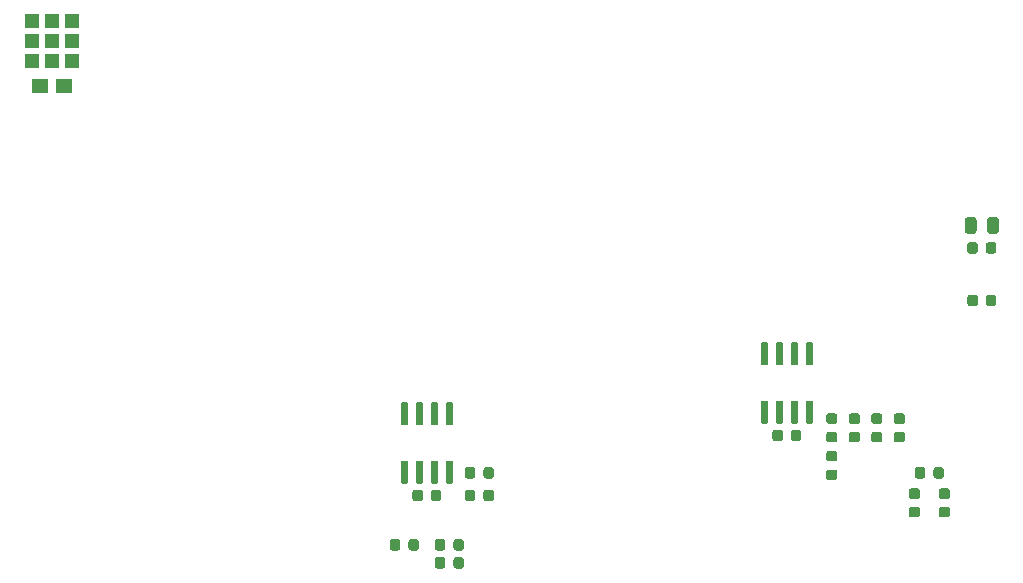
<source format=gbp>
G04 #@! TF.GenerationSoftware,KiCad,Pcbnew,(5.1.2)-1*
G04 #@! TF.CreationDate,2020-04-21T09:17:00+09:00*
G04 #@! TF.ProjectId,InverterBoard,496e7665-7274-4657-9242-6f6172642e6b,rev?*
G04 #@! TF.SameCoordinates,Original*
G04 #@! TF.FileFunction,Paste,Bot*
G04 #@! TF.FilePolarity,Positive*
%FSLAX46Y46*%
G04 Gerber Fmt 4.6, Leading zero omitted, Abs format (unit mm)*
G04 Created by KiCad (PCBNEW (5.1.2)-1) date 2020-04-21 09:17:00*
%MOMM*%
%LPD*%
G04 APERTURE LIST*
%ADD10C,0.100000*%
%ADD11C,0.875000*%
%ADD12R,1.400000X1.270000*%
%ADD13R,1.250000X1.200000*%
%ADD14C,0.600000*%
%ADD15C,0.975000*%
G04 APERTURE END LIST*
D10*
G36*
X-4052309Y-25561053D02*
G01*
X-4031074Y-25564203D01*
X-4010250Y-25569419D01*
X-3990038Y-25576651D01*
X-3970632Y-25585830D01*
X-3952219Y-25596866D01*
X-3934976Y-25609654D01*
X-3919070Y-25624070D01*
X-3904654Y-25639976D01*
X-3891866Y-25657219D01*
X-3880830Y-25675632D01*
X-3871651Y-25695038D01*
X-3864419Y-25715250D01*
X-3859203Y-25736074D01*
X-3856053Y-25757309D01*
X-3855000Y-25778750D01*
X-3855000Y-26291250D01*
X-3856053Y-26312691D01*
X-3859203Y-26333926D01*
X-3864419Y-26354750D01*
X-3871651Y-26374962D01*
X-3880830Y-26394368D01*
X-3891866Y-26412781D01*
X-3904654Y-26430024D01*
X-3919070Y-26445930D01*
X-3934976Y-26460346D01*
X-3952219Y-26473134D01*
X-3970632Y-26484170D01*
X-3990038Y-26493349D01*
X-4010250Y-26500581D01*
X-4031074Y-26505797D01*
X-4052309Y-26508947D01*
X-4073750Y-26510000D01*
X-4511250Y-26510000D01*
X-4532691Y-26508947D01*
X-4553926Y-26505797D01*
X-4574750Y-26500581D01*
X-4594962Y-26493349D01*
X-4614368Y-26484170D01*
X-4632781Y-26473134D01*
X-4650024Y-26460346D01*
X-4665930Y-26445930D01*
X-4680346Y-26430024D01*
X-4693134Y-26412781D01*
X-4704170Y-26394368D01*
X-4713349Y-26374962D01*
X-4720581Y-26354750D01*
X-4725797Y-26333926D01*
X-4728947Y-26312691D01*
X-4730000Y-26291250D01*
X-4730000Y-25778750D01*
X-4728947Y-25757309D01*
X-4725797Y-25736074D01*
X-4720581Y-25715250D01*
X-4713349Y-25695038D01*
X-4704170Y-25675632D01*
X-4693134Y-25657219D01*
X-4680346Y-25639976D01*
X-4665930Y-25624070D01*
X-4650024Y-25609654D01*
X-4632781Y-25596866D01*
X-4614368Y-25585830D01*
X-4594962Y-25576651D01*
X-4574750Y-25569419D01*
X-4553926Y-25564203D01*
X-4532691Y-25561053D01*
X-4511250Y-25560000D01*
X-4073750Y-25560000D01*
X-4052309Y-25561053D01*
X-4052309Y-25561053D01*
G37*
D11*
X-4292500Y-26035000D03*
D10*
G36*
X-5627309Y-25561053D02*
G01*
X-5606074Y-25564203D01*
X-5585250Y-25569419D01*
X-5565038Y-25576651D01*
X-5545632Y-25585830D01*
X-5527219Y-25596866D01*
X-5509976Y-25609654D01*
X-5494070Y-25624070D01*
X-5479654Y-25639976D01*
X-5466866Y-25657219D01*
X-5455830Y-25675632D01*
X-5446651Y-25695038D01*
X-5439419Y-25715250D01*
X-5434203Y-25736074D01*
X-5431053Y-25757309D01*
X-5430000Y-25778750D01*
X-5430000Y-26291250D01*
X-5431053Y-26312691D01*
X-5434203Y-26333926D01*
X-5439419Y-26354750D01*
X-5446651Y-26374962D01*
X-5455830Y-26394368D01*
X-5466866Y-26412781D01*
X-5479654Y-26430024D01*
X-5494070Y-26445930D01*
X-5509976Y-26460346D01*
X-5527219Y-26473134D01*
X-5545632Y-26484170D01*
X-5565038Y-26493349D01*
X-5585250Y-26500581D01*
X-5606074Y-26505797D01*
X-5627309Y-26508947D01*
X-5648750Y-26510000D01*
X-6086250Y-26510000D01*
X-6107691Y-26508947D01*
X-6128926Y-26505797D01*
X-6149750Y-26500581D01*
X-6169962Y-26493349D01*
X-6189368Y-26484170D01*
X-6207781Y-26473134D01*
X-6225024Y-26460346D01*
X-6240930Y-26445930D01*
X-6255346Y-26430024D01*
X-6268134Y-26412781D01*
X-6279170Y-26394368D01*
X-6288349Y-26374962D01*
X-6295581Y-26354750D01*
X-6300797Y-26333926D01*
X-6303947Y-26312691D01*
X-6305000Y-26291250D01*
X-6305000Y-25778750D01*
X-6303947Y-25757309D01*
X-6300797Y-25736074D01*
X-6295581Y-25715250D01*
X-6288349Y-25695038D01*
X-6279170Y-25675632D01*
X-6268134Y-25657219D01*
X-6255346Y-25639976D01*
X-6240930Y-25624070D01*
X-6225024Y-25609654D01*
X-6207781Y-25596866D01*
X-6189368Y-25585830D01*
X-6169962Y-25576651D01*
X-6149750Y-25569419D01*
X-6128926Y-25564203D01*
X-6107691Y-25561053D01*
X-6086250Y-25560000D01*
X-5648750Y-25560000D01*
X-5627309Y-25561053D01*
X-5627309Y-25561053D01*
G37*
D11*
X-5867500Y-26035000D03*
D10*
G36*
X26427691Y-20481053D02*
G01*
X26448926Y-20484203D01*
X26469750Y-20489419D01*
X26489962Y-20496651D01*
X26509368Y-20505830D01*
X26527781Y-20516866D01*
X26545024Y-20529654D01*
X26560930Y-20544070D01*
X26575346Y-20559976D01*
X26588134Y-20577219D01*
X26599170Y-20595632D01*
X26608349Y-20615038D01*
X26615581Y-20635250D01*
X26620797Y-20656074D01*
X26623947Y-20677309D01*
X26625000Y-20698750D01*
X26625000Y-21211250D01*
X26623947Y-21232691D01*
X26620797Y-21253926D01*
X26615581Y-21274750D01*
X26608349Y-21294962D01*
X26599170Y-21314368D01*
X26588134Y-21332781D01*
X26575346Y-21350024D01*
X26560930Y-21365930D01*
X26545024Y-21380346D01*
X26527781Y-21393134D01*
X26509368Y-21404170D01*
X26489962Y-21413349D01*
X26469750Y-21420581D01*
X26448926Y-21425797D01*
X26427691Y-21428947D01*
X26406250Y-21430000D01*
X25968750Y-21430000D01*
X25947309Y-21428947D01*
X25926074Y-21425797D01*
X25905250Y-21420581D01*
X25885038Y-21413349D01*
X25865632Y-21404170D01*
X25847219Y-21393134D01*
X25829976Y-21380346D01*
X25814070Y-21365930D01*
X25799654Y-21350024D01*
X25786866Y-21332781D01*
X25775830Y-21314368D01*
X25766651Y-21294962D01*
X25759419Y-21274750D01*
X25754203Y-21253926D01*
X25751053Y-21232691D01*
X25750000Y-21211250D01*
X25750000Y-20698750D01*
X25751053Y-20677309D01*
X25754203Y-20656074D01*
X25759419Y-20635250D01*
X25766651Y-20615038D01*
X25775830Y-20595632D01*
X25786866Y-20577219D01*
X25799654Y-20559976D01*
X25814070Y-20544070D01*
X25829976Y-20529654D01*
X25847219Y-20516866D01*
X25865632Y-20505830D01*
X25885038Y-20496651D01*
X25905250Y-20489419D01*
X25926074Y-20484203D01*
X25947309Y-20481053D01*
X25968750Y-20480000D01*
X26406250Y-20480000D01*
X26427691Y-20481053D01*
X26427691Y-20481053D01*
G37*
D11*
X26187500Y-20955000D03*
D10*
G36*
X24852691Y-20481053D02*
G01*
X24873926Y-20484203D01*
X24894750Y-20489419D01*
X24914962Y-20496651D01*
X24934368Y-20505830D01*
X24952781Y-20516866D01*
X24970024Y-20529654D01*
X24985930Y-20544070D01*
X25000346Y-20559976D01*
X25013134Y-20577219D01*
X25024170Y-20595632D01*
X25033349Y-20615038D01*
X25040581Y-20635250D01*
X25045797Y-20656074D01*
X25048947Y-20677309D01*
X25050000Y-20698750D01*
X25050000Y-21211250D01*
X25048947Y-21232691D01*
X25045797Y-21253926D01*
X25040581Y-21274750D01*
X25033349Y-21294962D01*
X25024170Y-21314368D01*
X25013134Y-21332781D01*
X25000346Y-21350024D01*
X24985930Y-21365930D01*
X24970024Y-21380346D01*
X24952781Y-21393134D01*
X24934368Y-21404170D01*
X24914962Y-21413349D01*
X24894750Y-21420581D01*
X24873926Y-21425797D01*
X24852691Y-21428947D01*
X24831250Y-21430000D01*
X24393750Y-21430000D01*
X24372309Y-21428947D01*
X24351074Y-21425797D01*
X24330250Y-21420581D01*
X24310038Y-21413349D01*
X24290632Y-21404170D01*
X24272219Y-21393134D01*
X24254976Y-21380346D01*
X24239070Y-21365930D01*
X24224654Y-21350024D01*
X24211866Y-21332781D01*
X24200830Y-21314368D01*
X24191651Y-21294962D01*
X24184419Y-21274750D01*
X24179203Y-21253926D01*
X24176053Y-21232691D01*
X24175000Y-21211250D01*
X24175000Y-20698750D01*
X24176053Y-20677309D01*
X24179203Y-20656074D01*
X24184419Y-20635250D01*
X24191651Y-20615038D01*
X24200830Y-20595632D01*
X24211866Y-20577219D01*
X24224654Y-20559976D01*
X24239070Y-20544070D01*
X24254976Y-20529654D01*
X24272219Y-20516866D01*
X24290632Y-20505830D01*
X24310038Y-20496651D01*
X24330250Y-20489419D01*
X24351074Y-20484203D01*
X24372309Y-20481053D01*
X24393750Y-20480000D01*
X24831250Y-20480000D01*
X24852691Y-20481053D01*
X24852691Y-20481053D01*
G37*
D11*
X24612500Y-20955000D03*
D10*
G36*
X392691Y-25561053D02*
G01*
X413926Y-25564203D01*
X434750Y-25569419D01*
X454962Y-25576651D01*
X474368Y-25585830D01*
X492781Y-25596866D01*
X510024Y-25609654D01*
X525930Y-25624070D01*
X540346Y-25639976D01*
X553134Y-25657219D01*
X564170Y-25675632D01*
X573349Y-25695038D01*
X580581Y-25715250D01*
X585797Y-25736074D01*
X588947Y-25757309D01*
X590000Y-25778750D01*
X590000Y-26291250D01*
X588947Y-26312691D01*
X585797Y-26333926D01*
X580581Y-26354750D01*
X573349Y-26374962D01*
X564170Y-26394368D01*
X553134Y-26412781D01*
X540346Y-26430024D01*
X525930Y-26445930D01*
X510024Y-26460346D01*
X492781Y-26473134D01*
X474368Y-26484170D01*
X454962Y-26493349D01*
X434750Y-26500581D01*
X413926Y-26505797D01*
X392691Y-26508947D01*
X371250Y-26510000D01*
X-66250Y-26510000D01*
X-87691Y-26508947D01*
X-108926Y-26505797D01*
X-129750Y-26500581D01*
X-149962Y-26493349D01*
X-169368Y-26484170D01*
X-187781Y-26473134D01*
X-205024Y-26460346D01*
X-220930Y-26445930D01*
X-235346Y-26430024D01*
X-248134Y-26412781D01*
X-259170Y-26394368D01*
X-268349Y-26374962D01*
X-275581Y-26354750D01*
X-280797Y-26333926D01*
X-283947Y-26312691D01*
X-285000Y-26291250D01*
X-285000Y-25778750D01*
X-283947Y-25757309D01*
X-280797Y-25736074D01*
X-275581Y-25715250D01*
X-268349Y-25695038D01*
X-259170Y-25675632D01*
X-248134Y-25657219D01*
X-235346Y-25639976D01*
X-220930Y-25624070D01*
X-205024Y-25609654D01*
X-187781Y-25596866D01*
X-169368Y-25585830D01*
X-149962Y-25576651D01*
X-129750Y-25569419D01*
X-108926Y-25564203D01*
X-87691Y-25561053D01*
X-66250Y-25560000D01*
X371250Y-25560000D01*
X392691Y-25561053D01*
X392691Y-25561053D01*
G37*
D11*
X152500Y-26035000D03*
D10*
G36*
X-1182309Y-25561053D02*
G01*
X-1161074Y-25564203D01*
X-1140250Y-25569419D01*
X-1120038Y-25576651D01*
X-1100632Y-25585830D01*
X-1082219Y-25596866D01*
X-1064976Y-25609654D01*
X-1049070Y-25624070D01*
X-1034654Y-25639976D01*
X-1021866Y-25657219D01*
X-1010830Y-25675632D01*
X-1001651Y-25695038D01*
X-994419Y-25715250D01*
X-989203Y-25736074D01*
X-986053Y-25757309D01*
X-985000Y-25778750D01*
X-985000Y-26291250D01*
X-986053Y-26312691D01*
X-989203Y-26333926D01*
X-994419Y-26354750D01*
X-1001651Y-26374962D01*
X-1010830Y-26394368D01*
X-1021866Y-26412781D01*
X-1034654Y-26430024D01*
X-1049070Y-26445930D01*
X-1064976Y-26460346D01*
X-1082219Y-26473134D01*
X-1100632Y-26484170D01*
X-1120038Y-26493349D01*
X-1140250Y-26500581D01*
X-1161074Y-26505797D01*
X-1182309Y-26508947D01*
X-1203750Y-26510000D01*
X-1641250Y-26510000D01*
X-1662691Y-26508947D01*
X-1683926Y-26505797D01*
X-1704750Y-26500581D01*
X-1724962Y-26493349D01*
X-1744368Y-26484170D01*
X-1762781Y-26473134D01*
X-1780024Y-26460346D01*
X-1795930Y-26445930D01*
X-1810346Y-26430024D01*
X-1823134Y-26412781D01*
X-1834170Y-26394368D01*
X-1843349Y-26374962D01*
X-1850581Y-26354750D01*
X-1855797Y-26333926D01*
X-1858947Y-26312691D01*
X-1860000Y-26291250D01*
X-1860000Y-25778750D01*
X-1858947Y-25757309D01*
X-1855797Y-25736074D01*
X-1850581Y-25715250D01*
X-1843349Y-25695038D01*
X-1834170Y-25675632D01*
X-1823134Y-25657219D01*
X-1810346Y-25639976D01*
X-1795930Y-25624070D01*
X-1780024Y-25609654D01*
X-1762781Y-25596866D01*
X-1744368Y-25585830D01*
X-1724962Y-25576651D01*
X-1704750Y-25569419D01*
X-1683926Y-25564203D01*
X-1662691Y-25561053D01*
X-1641250Y-25560000D01*
X-1203750Y-25560000D01*
X-1182309Y-25561053D01*
X-1182309Y-25561053D01*
G37*
D11*
X-1422500Y-26035000D03*
D10*
G36*
X33297691Y-20671053D02*
G01*
X33318926Y-20674203D01*
X33339750Y-20679419D01*
X33359962Y-20686651D01*
X33379368Y-20695830D01*
X33397781Y-20706866D01*
X33415024Y-20719654D01*
X33430930Y-20734070D01*
X33445346Y-20749976D01*
X33458134Y-20767219D01*
X33469170Y-20785632D01*
X33478349Y-20805038D01*
X33485581Y-20825250D01*
X33490797Y-20846074D01*
X33493947Y-20867309D01*
X33495000Y-20888750D01*
X33495000Y-21326250D01*
X33493947Y-21347691D01*
X33490797Y-21368926D01*
X33485581Y-21389750D01*
X33478349Y-21409962D01*
X33469170Y-21429368D01*
X33458134Y-21447781D01*
X33445346Y-21465024D01*
X33430930Y-21480930D01*
X33415024Y-21495346D01*
X33397781Y-21508134D01*
X33379368Y-21519170D01*
X33359962Y-21528349D01*
X33339750Y-21535581D01*
X33318926Y-21540797D01*
X33297691Y-21543947D01*
X33276250Y-21545000D01*
X32763750Y-21545000D01*
X32742309Y-21543947D01*
X32721074Y-21540797D01*
X32700250Y-21535581D01*
X32680038Y-21528349D01*
X32660632Y-21519170D01*
X32642219Y-21508134D01*
X32624976Y-21495346D01*
X32609070Y-21480930D01*
X32594654Y-21465024D01*
X32581866Y-21447781D01*
X32570830Y-21429368D01*
X32561651Y-21409962D01*
X32554419Y-21389750D01*
X32549203Y-21368926D01*
X32546053Y-21347691D01*
X32545000Y-21326250D01*
X32545000Y-20888750D01*
X32546053Y-20867309D01*
X32549203Y-20846074D01*
X32554419Y-20825250D01*
X32561651Y-20805038D01*
X32570830Y-20785632D01*
X32581866Y-20767219D01*
X32594654Y-20749976D01*
X32609070Y-20734070D01*
X32624976Y-20719654D01*
X32642219Y-20706866D01*
X32660632Y-20695830D01*
X32680038Y-20686651D01*
X32700250Y-20679419D01*
X32721074Y-20674203D01*
X32742309Y-20671053D01*
X32763750Y-20670000D01*
X33276250Y-20670000D01*
X33297691Y-20671053D01*
X33297691Y-20671053D01*
G37*
D11*
X33020000Y-21107500D03*
D10*
G36*
X33297691Y-19096053D02*
G01*
X33318926Y-19099203D01*
X33339750Y-19104419D01*
X33359962Y-19111651D01*
X33379368Y-19120830D01*
X33397781Y-19131866D01*
X33415024Y-19144654D01*
X33430930Y-19159070D01*
X33445346Y-19174976D01*
X33458134Y-19192219D01*
X33469170Y-19210632D01*
X33478349Y-19230038D01*
X33485581Y-19250250D01*
X33490797Y-19271074D01*
X33493947Y-19292309D01*
X33495000Y-19313750D01*
X33495000Y-19751250D01*
X33493947Y-19772691D01*
X33490797Y-19793926D01*
X33485581Y-19814750D01*
X33478349Y-19834962D01*
X33469170Y-19854368D01*
X33458134Y-19872781D01*
X33445346Y-19890024D01*
X33430930Y-19905930D01*
X33415024Y-19920346D01*
X33397781Y-19933134D01*
X33379368Y-19944170D01*
X33359962Y-19953349D01*
X33339750Y-19960581D01*
X33318926Y-19965797D01*
X33297691Y-19968947D01*
X33276250Y-19970000D01*
X32763750Y-19970000D01*
X32742309Y-19968947D01*
X32721074Y-19965797D01*
X32700250Y-19960581D01*
X32680038Y-19953349D01*
X32660632Y-19944170D01*
X32642219Y-19933134D01*
X32624976Y-19920346D01*
X32609070Y-19905930D01*
X32594654Y-19890024D01*
X32581866Y-19872781D01*
X32570830Y-19854368D01*
X32561651Y-19834962D01*
X32554419Y-19814750D01*
X32549203Y-19793926D01*
X32546053Y-19772691D01*
X32545000Y-19751250D01*
X32545000Y-19313750D01*
X32546053Y-19292309D01*
X32549203Y-19271074D01*
X32554419Y-19250250D01*
X32561651Y-19230038D01*
X32570830Y-19210632D01*
X32581866Y-19192219D01*
X32594654Y-19174976D01*
X32609070Y-19159070D01*
X32624976Y-19144654D01*
X32642219Y-19131866D01*
X32660632Y-19120830D01*
X32680038Y-19111651D01*
X32700250Y-19104419D01*
X32721074Y-19099203D01*
X32742309Y-19096053D01*
X32763750Y-19095000D01*
X33276250Y-19095000D01*
X33297691Y-19096053D01*
X33297691Y-19096053D01*
G37*
D11*
X33020000Y-19532500D03*
D10*
G36*
X-2147309Y-31276053D02*
G01*
X-2126074Y-31279203D01*
X-2105250Y-31284419D01*
X-2085038Y-31291651D01*
X-2065632Y-31300830D01*
X-2047219Y-31311866D01*
X-2029976Y-31324654D01*
X-2014070Y-31339070D01*
X-1999654Y-31354976D01*
X-1986866Y-31372219D01*
X-1975830Y-31390632D01*
X-1966651Y-31410038D01*
X-1959419Y-31430250D01*
X-1954203Y-31451074D01*
X-1951053Y-31472309D01*
X-1950000Y-31493750D01*
X-1950000Y-32006250D01*
X-1951053Y-32027691D01*
X-1954203Y-32048926D01*
X-1959419Y-32069750D01*
X-1966651Y-32089962D01*
X-1975830Y-32109368D01*
X-1986866Y-32127781D01*
X-1999654Y-32145024D01*
X-2014070Y-32160930D01*
X-2029976Y-32175346D01*
X-2047219Y-32188134D01*
X-2065632Y-32199170D01*
X-2085038Y-32208349D01*
X-2105250Y-32215581D01*
X-2126074Y-32220797D01*
X-2147309Y-32223947D01*
X-2168750Y-32225000D01*
X-2606250Y-32225000D01*
X-2627691Y-32223947D01*
X-2648926Y-32220797D01*
X-2669750Y-32215581D01*
X-2689962Y-32208349D01*
X-2709368Y-32199170D01*
X-2727781Y-32188134D01*
X-2745024Y-32175346D01*
X-2760930Y-32160930D01*
X-2775346Y-32145024D01*
X-2788134Y-32127781D01*
X-2799170Y-32109368D01*
X-2808349Y-32089962D01*
X-2815581Y-32069750D01*
X-2820797Y-32048926D01*
X-2823947Y-32027691D01*
X-2825000Y-32006250D01*
X-2825000Y-31493750D01*
X-2823947Y-31472309D01*
X-2820797Y-31451074D01*
X-2815581Y-31430250D01*
X-2808349Y-31410038D01*
X-2799170Y-31390632D01*
X-2788134Y-31372219D01*
X-2775346Y-31354976D01*
X-2760930Y-31339070D01*
X-2745024Y-31324654D01*
X-2727781Y-31311866D01*
X-2709368Y-31300830D01*
X-2689962Y-31291651D01*
X-2669750Y-31284419D01*
X-2648926Y-31279203D01*
X-2627691Y-31276053D01*
X-2606250Y-31275000D01*
X-2168750Y-31275000D01*
X-2147309Y-31276053D01*
X-2147309Y-31276053D01*
G37*
D11*
X-2387500Y-31750000D03*
D10*
G36*
X-3722309Y-31276053D02*
G01*
X-3701074Y-31279203D01*
X-3680250Y-31284419D01*
X-3660038Y-31291651D01*
X-3640632Y-31300830D01*
X-3622219Y-31311866D01*
X-3604976Y-31324654D01*
X-3589070Y-31339070D01*
X-3574654Y-31354976D01*
X-3561866Y-31372219D01*
X-3550830Y-31390632D01*
X-3541651Y-31410038D01*
X-3534419Y-31430250D01*
X-3529203Y-31451074D01*
X-3526053Y-31472309D01*
X-3525000Y-31493750D01*
X-3525000Y-32006250D01*
X-3526053Y-32027691D01*
X-3529203Y-32048926D01*
X-3534419Y-32069750D01*
X-3541651Y-32089962D01*
X-3550830Y-32109368D01*
X-3561866Y-32127781D01*
X-3574654Y-32145024D01*
X-3589070Y-32160930D01*
X-3604976Y-32175346D01*
X-3622219Y-32188134D01*
X-3640632Y-32199170D01*
X-3660038Y-32208349D01*
X-3680250Y-32215581D01*
X-3701074Y-32220797D01*
X-3722309Y-32223947D01*
X-3743750Y-32225000D01*
X-4181250Y-32225000D01*
X-4202691Y-32223947D01*
X-4223926Y-32220797D01*
X-4244750Y-32215581D01*
X-4264962Y-32208349D01*
X-4284368Y-32199170D01*
X-4302781Y-32188134D01*
X-4320024Y-32175346D01*
X-4335930Y-32160930D01*
X-4350346Y-32145024D01*
X-4363134Y-32127781D01*
X-4374170Y-32109368D01*
X-4383349Y-32089962D01*
X-4390581Y-32069750D01*
X-4395797Y-32048926D01*
X-4398947Y-32027691D01*
X-4400000Y-32006250D01*
X-4400000Y-31493750D01*
X-4398947Y-31472309D01*
X-4395797Y-31451074D01*
X-4390581Y-31430250D01*
X-4383349Y-31410038D01*
X-4374170Y-31390632D01*
X-4363134Y-31372219D01*
X-4350346Y-31354976D01*
X-4335930Y-31339070D01*
X-4320024Y-31324654D01*
X-4302781Y-31311866D01*
X-4284368Y-31300830D01*
X-4264962Y-31291651D01*
X-4244750Y-31284419D01*
X-4223926Y-31279203D01*
X-4202691Y-31276053D01*
X-4181250Y-31275000D01*
X-3743750Y-31275000D01*
X-3722309Y-31276053D01*
X-3722309Y-31276053D01*
G37*
D11*
X-3962500Y-31750000D03*
D10*
G36*
X31392691Y-19096053D02*
G01*
X31413926Y-19099203D01*
X31434750Y-19104419D01*
X31454962Y-19111651D01*
X31474368Y-19120830D01*
X31492781Y-19131866D01*
X31510024Y-19144654D01*
X31525930Y-19159070D01*
X31540346Y-19174976D01*
X31553134Y-19192219D01*
X31564170Y-19210632D01*
X31573349Y-19230038D01*
X31580581Y-19250250D01*
X31585797Y-19271074D01*
X31588947Y-19292309D01*
X31590000Y-19313750D01*
X31590000Y-19751250D01*
X31588947Y-19772691D01*
X31585797Y-19793926D01*
X31580581Y-19814750D01*
X31573349Y-19834962D01*
X31564170Y-19854368D01*
X31553134Y-19872781D01*
X31540346Y-19890024D01*
X31525930Y-19905930D01*
X31510024Y-19920346D01*
X31492781Y-19933134D01*
X31474368Y-19944170D01*
X31454962Y-19953349D01*
X31434750Y-19960581D01*
X31413926Y-19965797D01*
X31392691Y-19968947D01*
X31371250Y-19970000D01*
X30858750Y-19970000D01*
X30837309Y-19968947D01*
X30816074Y-19965797D01*
X30795250Y-19960581D01*
X30775038Y-19953349D01*
X30755632Y-19944170D01*
X30737219Y-19933134D01*
X30719976Y-19920346D01*
X30704070Y-19905930D01*
X30689654Y-19890024D01*
X30676866Y-19872781D01*
X30665830Y-19854368D01*
X30656651Y-19834962D01*
X30649419Y-19814750D01*
X30644203Y-19793926D01*
X30641053Y-19772691D01*
X30640000Y-19751250D01*
X30640000Y-19313750D01*
X30641053Y-19292309D01*
X30644203Y-19271074D01*
X30649419Y-19250250D01*
X30656651Y-19230038D01*
X30665830Y-19210632D01*
X30676866Y-19192219D01*
X30689654Y-19174976D01*
X30704070Y-19159070D01*
X30719976Y-19144654D01*
X30737219Y-19131866D01*
X30755632Y-19120830D01*
X30775038Y-19111651D01*
X30795250Y-19104419D01*
X30816074Y-19099203D01*
X30837309Y-19096053D01*
X30858750Y-19095000D01*
X31371250Y-19095000D01*
X31392691Y-19096053D01*
X31392691Y-19096053D01*
G37*
D11*
X31115000Y-19532500D03*
D10*
G36*
X31392691Y-20671053D02*
G01*
X31413926Y-20674203D01*
X31434750Y-20679419D01*
X31454962Y-20686651D01*
X31474368Y-20695830D01*
X31492781Y-20706866D01*
X31510024Y-20719654D01*
X31525930Y-20734070D01*
X31540346Y-20749976D01*
X31553134Y-20767219D01*
X31564170Y-20785632D01*
X31573349Y-20805038D01*
X31580581Y-20825250D01*
X31585797Y-20846074D01*
X31588947Y-20867309D01*
X31590000Y-20888750D01*
X31590000Y-21326250D01*
X31588947Y-21347691D01*
X31585797Y-21368926D01*
X31580581Y-21389750D01*
X31573349Y-21409962D01*
X31564170Y-21429368D01*
X31553134Y-21447781D01*
X31540346Y-21465024D01*
X31525930Y-21480930D01*
X31510024Y-21495346D01*
X31492781Y-21508134D01*
X31474368Y-21519170D01*
X31454962Y-21528349D01*
X31434750Y-21535581D01*
X31413926Y-21540797D01*
X31392691Y-21543947D01*
X31371250Y-21545000D01*
X30858750Y-21545000D01*
X30837309Y-21543947D01*
X30816074Y-21540797D01*
X30795250Y-21535581D01*
X30775038Y-21528349D01*
X30755632Y-21519170D01*
X30737219Y-21508134D01*
X30719976Y-21495346D01*
X30704070Y-21480930D01*
X30689654Y-21465024D01*
X30676866Y-21447781D01*
X30665830Y-21429368D01*
X30656651Y-21409962D01*
X30649419Y-21389750D01*
X30644203Y-21368926D01*
X30641053Y-21347691D01*
X30640000Y-21326250D01*
X30640000Y-20888750D01*
X30641053Y-20867309D01*
X30644203Y-20846074D01*
X30649419Y-20825250D01*
X30656651Y-20805038D01*
X30665830Y-20785632D01*
X30676866Y-20767219D01*
X30689654Y-20749976D01*
X30704070Y-20734070D01*
X30719976Y-20719654D01*
X30737219Y-20706866D01*
X30755632Y-20695830D01*
X30775038Y-20686651D01*
X30795250Y-20679419D01*
X30816074Y-20674203D01*
X30837309Y-20671053D01*
X30858750Y-20670000D01*
X31371250Y-20670000D01*
X31392691Y-20671053D01*
X31392691Y-20671053D01*
G37*
D11*
X31115000Y-21107500D03*
D10*
G36*
X42937691Y-9051053D02*
G01*
X42958926Y-9054203D01*
X42979750Y-9059419D01*
X42999962Y-9066651D01*
X43019368Y-9075830D01*
X43037781Y-9086866D01*
X43055024Y-9099654D01*
X43070930Y-9114070D01*
X43085346Y-9129976D01*
X43098134Y-9147219D01*
X43109170Y-9165632D01*
X43118349Y-9185038D01*
X43125581Y-9205250D01*
X43130797Y-9226074D01*
X43133947Y-9247309D01*
X43135000Y-9268750D01*
X43135000Y-9781250D01*
X43133947Y-9802691D01*
X43130797Y-9823926D01*
X43125581Y-9844750D01*
X43118349Y-9864962D01*
X43109170Y-9884368D01*
X43098134Y-9902781D01*
X43085346Y-9920024D01*
X43070930Y-9935930D01*
X43055024Y-9950346D01*
X43037781Y-9963134D01*
X43019368Y-9974170D01*
X42999962Y-9983349D01*
X42979750Y-9990581D01*
X42958926Y-9995797D01*
X42937691Y-9998947D01*
X42916250Y-10000000D01*
X42478750Y-10000000D01*
X42457309Y-9998947D01*
X42436074Y-9995797D01*
X42415250Y-9990581D01*
X42395038Y-9983349D01*
X42375632Y-9974170D01*
X42357219Y-9963134D01*
X42339976Y-9950346D01*
X42324070Y-9935930D01*
X42309654Y-9920024D01*
X42296866Y-9902781D01*
X42285830Y-9884368D01*
X42276651Y-9864962D01*
X42269419Y-9844750D01*
X42264203Y-9823926D01*
X42261053Y-9802691D01*
X42260000Y-9781250D01*
X42260000Y-9268750D01*
X42261053Y-9247309D01*
X42264203Y-9226074D01*
X42269419Y-9205250D01*
X42276651Y-9185038D01*
X42285830Y-9165632D01*
X42296866Y-9147219D01*
X42309654Y-9129976D01*
X42324070Y-9114070D01*
X42339976Y-9099654D01*
X42357219Y-9086866D01*
X42375632Y-9075830D01*
X42395038Y-9066651D01*
X42415250Y-9059419D01*
X42436074Y-9054203D01*
X42457309Y-9051053D01*
X42478750Y-9050000D01*
X42916250Y-9050000D01*
X42937691Y-9051053D01*
X42937691Y-9051053D01*
G37*
D11*
X42697500Y-9525000D03*
D10*
G36*
X41362691Y-9051053D02*
G01*
X41383926Y-9054203D01*
X41404750Y-9059419D01*
X41424962Y-9066651D01*
X41444368Y-9075830D01*
X41462781Y-9086866D01*
X41480024Y-9099654D01*
X41495930Y-9114070D01*
X41510346Y-9129976D01*
X41523134Y-9147219D01*
X41534170Y-9165632D01*
X41543349Y-9185038D01*
X41550581Y-9205250D01*
X41555797Y-9226074D01*
X41558947Y-9247309D01*
X41560000Y-9268750D01*
X41560000Y-9781250D01*
X41558947Y-9802691D01*
X41555797Y-9823926D01*
X41550581Y-9844750D01*
X41543349Y-9864962D01*
X41534170Y-9884368D01*
X41523134Y-9902781D01*
X41510346Y-9920024D01*
X41495930Y-9935930D01*
X41480024Y-9950346D01*
X41462781Y-9963134D01*
X41444368Y-9974170D01*
X41424962Y-9983349D01*
X41404750Y-9990581D01*
X41383926Y-9995797D01*
X41362691Y-9998947D01*
X41341250Y-10000000D01*
X40903750Y-10000000D01*
X40882309Y-9998947D01*
X40861074Y-9995797D01*
X40840250Y-9990581D01*
X40820038Y-9983349D01*
X40800632Y-9974170D01*
X40782219Y-9963134D01*
X40764976Y-9950346D01*
X40749070Y-9935930D01*
X40734654Y-9920024D01*
X40721866Y-9902781D01*
X40710830Y-9884368D01*
X40701651Y-9864962D01*
X40694419Y-9844750D01*
X40689203Y-9823926D01*
X40686053Y-9802691D01*
X40685000Y-9781250D01*
X40685000Y-9268750D01*
X40686053Y-9247309D01*
X40689203Y-9226074D01*
X40694419Y-9205250D01*
X40701651Y-9185038D01*
X40710830Y-9165632D01*
X40721866Y-9147219D01*
X40734654Y-9129976D01*
X40749070Y-9114070D01*
X40764976Y-9099654D01*
X40782219Y-9086866D01*
X40800632Y-9075830D01*
X40820038Y-9066651D01*
X40840250Y-9059419D01*
X40861074Y-9054203D01*
X40882309Y-9051053D01*
X40903750Y-9050000D01*
X41341250Y-9050000D01*
X41362691Y-9051053D01*
X41362691Y-9051053D01*
G37*
D11*
X41122500Y-9525000D03*
D10*
G36*
X38492691Y-23656053D02*
G01*
X38513926Y-23659203D01*
X38534750Y-23664419D01*
X38554962Y-23671651D01*
X38574368Y-23680830D01*
X38592781Y-23691866D01*
X38610024Y-23704654D01*
X38625930Y-23719070D01*
X38640346Y-23734976D01*
X38653134Y-23752219D01*
X38664170Y-23770632D01*
X38673349Y-23790038D01*
X38680581Y-23810250D01*
X38685797Y-23831074D01*
X38688947Y-23852309D01*
X38690000Y-23873750D01*
X38690000Y-24386250D01*
X38688947Y-24407691D01*
X38685797Y-24428926D01*
X38680581Y-24449750D01*
X38673349Y-24469962D01*
X38664170Y-24489368D01*
X38653134Y-24507781D01*
X38640346Y-24525024D01*
X38625930Y-24540930D01*
X38610024Y-24555346D01*
X38592781Y-24568134D01*
X38574368Y-24579170D01*
X38554962Y-24588349D01*
X38534750Y-24595581D01*
X38513926Y-24600797D01*
X38492691Y-24603947D01*
X38471250Y-24605000D01*
X38033750Y-24605000D01*
X38012309Y-24603947D01*
X37991074Y-24600797D01*
X37970250Y-24595581D01*
X37950038Y-24588349D01*
X37930632Y-24579170D01*
X37912219Y-24568134D01*
X37894976Y-24555346D01*
X37879070Y-24540930D01*
X37864654Y-24525024D01*
X37851866Y-24507781D01*
X37840830Y-24489368D01*
X37831651Y-24469962D01*
X37824419Y-24449750D01*
X37819203Y-24428926D01*
X37816053Y-24407691D01*
X37815000Y-24386250D01*
X37815000Y-23873750D01*
X37816053Y-23852309D01*
X37819203Y-23831074D01*
X37824419Y-23810250D01*
X37831651Y-23790038D01*
X37840830Y-23770632D01*
X37851866Y-23752219D01*
X37864654Y-23734976D01*
X37879070Y-23719070D01*
X37894976Y-23704654D01*
X37912219Y-23691866D01*
X37930632Y-23680830D01*
X37950038Y-23671651D01*
X37970250Y-23664419D01*
X37991074Y-23659203D01*
X38012309Y-23656053D01*
X38033750Y-23655000D01*
X38471250Y-23655000D01*
X38492691Y-23656053D01*
X38492691Y-23656053D01*
G37*
D11*
X38252500Y-24130000D03*
D10*
G36*
X36917691Y-23656053D02*
G01*
X36938926Y-23659203D01*
X36959750Y-23664419D01*
X36979962Y-23671651D01*
X36999368Y-23680830D01*
X37017781Y-23691866D01*
X37035024Y-23704654D01*
X37050930Y-23719070D01*
X37065346Y-23734976D01*
X37078134Y-23752219D01*
X37089170Y-23770632D01*
X37098349Y-23790038D01*
X37105581Y-23810250D01*
X37110797Y-23831074D01*
X37113947Y-23852309D01*
X37115000Y-23873750D01*
X37115000Y-24386250D01*
X37113947Y-24407691D01*
X37110797Y-24428926D01*
X37105581Y-24449750D01*
X37098349Y-24469962D01*
X37089170Y-24489368D01*
X37078134Y-24507781D01*
X37065346Y-24525024D01*
X37050930Y-24540930D01*
X37035024Y-24555346D01*
X37017781Y-24568134D01*
X36999368Y-24579170D01*
X36979962Y-24588349D01*
X36959750Y-24595581D01*
X36938926Y-24600797D01*
X36917691Y-24603947D01*
X36896250Y-24605000D01*
X36458750Y-24605000D01*
X36437309Y-24603947D01*
X36416074Y-24600797D01*
X36395250Y-24595581D01*
X36375038Y-24588349D01*
X36355632Y-24579170D01*
X36337219Y-24568134D01*
X36319976Y-24555346D01*
X36304070Y-24540930D01*
X36289654Y-24525024D01*
X36276866Y-24507781D01*
X36265830Y-24489368D01*
X36256651Y-24469962D01*
X36249419Y-24449750D01*
X36244203Y-24428926D01*
X36241053Y-24407691D01*
X36240000Y-24386250D01*
X36240000Y-23873750D01*
X36241053Y-23852309D01*
X36244203Y-23831074D01*
X36249419Y-23810250D01*
X36256651Y-23790038D01*
X36265830Y-23770632D01*
X36276866Y-23752219D01*
X36289654Y-23734976D01*
X36304070Y-23719070D01*
X36319976Y-23704654D01*
X36337219Y-23691866D01*
X36355632Y-23680830D01*
X36375038Y-23671651D01*
X36395250Y-23664419D01*
X36416074Y-23659203D01*
X36437309Y-23656053D01*
X36458750Y-23655000D01*
X36896250Y-23655000D01*
X36917691Y-23656053D01*
X36917691Y-23656053D01*
G37*
D11*
X36677500Y-24130000D03*
D12*
X-37870000Y8665000D03*
X-35790000Y8665000D03*
D13*
X-38530000Y10780000D03*
X-36830000Y10780000D03*
X-35130000Y10780000D03*
X-38530000Y12470000D03*
X-36830000Y12470000D03*
X-35130000Y12470000D03*
X-36830000Y14130000D03*
X-38530000Y14130000D03*
X-35130000Y14130000D03*
D10*
G36*
X-1182309Y-23656053D02*
G01*
X-1161074Y-23659203D01*
X-1140250Y-23664419D01*
X-1120038Y-23671651D01*
X-1100632Y-23680830D01*
X-1082219Y-23691866D01*
X-1064976Y-23704654D01*
X-1049070Y-23719070D01*
X-1034654Y-23734976D01*
X-1021866Y-23752219D01*
X-1010830Y-23770632D01*
X-1001651Y-23790038D01*
X-994419Y-23810250D01*
X-989203Y-23831074D01*
X-986053Y-23852309D01*
X-985000Y-23873750D01*
X-985000Y-24386250D01*
X-986053Y-24407691D01*
X-989203Y-24428926D01*
X-994419Y-24449750D01*
X-1001651Y-24469962D01*
X-1010830Y-24489368D01*
X-1021866Y-24507781D01*
X-1034654Y-24525024D01*
X-1049070Y-24540930D01*
X-1064976Y-24555346D01*
X-1082219Y-24568134D01*
X-1100632Y-24579170D01*
X-1120038Y-24588349D01*
X-1140250Y-24595581D01*
X-1161074Y-24600797D01*
X-1182309Y-24603947D01*
X-1203750Y-24605000D01*
X-1641250Y-24605000D01*
X-1662691Y-24603947D01*
X-1683926Y-24600797D01*
X-1704750Y-24595581D01*
X-1724962Y-24588349D01*
X-1744368Y-24579170D01*
X-1762781Y-24568134D01*
X-1780024Y-24555346D01*
X-1795930Y-24540930D01*
X-1810346Y-24525024D01*
X-1823134Y-24507781D01*
X-1834170Y-24489368D01*
X-1843349Y-24469962D01*
X-1850581Y-24449750D01*
X-1855797Y-24428926D01*
X-1858947Y-24407691D01*
X-1860000Y-24386250D01*
X-1860000Y-23873750D01*
X-1858947Y-23852309D01*
X-1855797Y-23831074D01*
X-1850581Y-23810250D01*
X-1843349Y-23790038D01*
X-1834170Y-23770632D01*
X-1823134Y-23752219D01*
X-1810346Y-23734976D01*
X-1795930Y-23719070D01*
X-1780024Y-23704654D01*
X-1762781Y-23691866D01*
X-1744368Y-23680830D01*
X-1724962Y-23671651D01*
X-1704750Y-23664419D01*
X-1683926Y-23659203D01*
X-1662691Y-23656053D01*
X-1641250Y-23655000D01*
X-1203750Y-23655000D01*
X-1182309Y-23656053D01*
X-1182309Y-23656053D01*
G37*
D11*
X-1422500Y-24130000D03*
D10*
G36*
X392691Y-23656053D02*
G01*
X413926Y-23659203D01*
X434750Y-23664419D01*
X454962Y-23671651D01*
X474368Y-23680830D01*
X492781Y-23691866D01*
X510024Y-23704654D01*
X525930Y-23719070D01*
X540346Y-23734976D01*
X553134Y-23752219D01*
X564170Y-23770632D01*
X573349Y-23790038D01*
X580581Y-23810250D01*
X585797Y-23831074D01*
X588947Y-23852309D01*
X590000Y-23873750D01*
X590000Y-24386250D01*
X588947Y-24407691D01*
X585797Y-24428926D01*
X580581Y-24449750D01*
X573349Y-24469962D01*
X564170Y-24489368D01*
X553134Y-24507781D01*
X540346Y-24525024D01*
X525930Y-24540930D01*
X510024Y-24555346D01*
X492781Y-24568134D01*
X474368Y-24579170D01*
X454962Y-24588349D01*
X434750Y-24595581D01*
X413926Y-24600797D01*
X392691Y-24603947D01*
X371250Y-24605000D01*
X-66250Y-24605000D01*
X-87691Y-24603947D01*
X-108926Y-24600797D01*
X-129750Y-24595581D01*
X-149962Y-24588349D01*
X-169368Y-24579170D01*
X-187781Y-24568134D01*
X-205024Y-24555346D01*
X-220930Y-24540930D01*
X-235346Y-24525024D01*
X-248134Y-24507781D01*
X-259170Y-24489368D01*
X-268349Y-24469962D01*
X-275581Y-24449750D01*
X-280797Y-24428926D01*
X-283947Y-24407691D01*
X-285000Y-24386250D01*
X-285000Y-23873750D01*
X-283947Y-23852309D01*
X-280797Y-23831074D01*
X-275581Y-23810250D01*
X-268349Y-23790038D01*
X-259170Y-23770632D01*
X-248134Y-23752219D01*
X-235346Y-23734976D01*
X-220930Y-23719070D01*
X-205024Y-23704654D01*
X-187781Y-23691866D01*
X-169368Y-23680830D01*
X-149962Y-23671651D01*
X-129750Y-23664419D01*
X-108926Y-23659203D01*
X-87691Y-23656053D01*
X-66250Y-23655000D01*
X371250Y-23655000D01*
X392691Y-23656053D01*
X392691Y-23656053D01*
G37*
D11*
X152500Y-24130000D03*
D10*
G36*
X35202691Y-20671053D02*
G01*
X35223926Y-20674203D01*
X35244750Y-20679419D01*
X35264962Y-20686651D01*
X35284368Y-20695830D01*
X35302781Y-20706866D01*
X35320024Y-20719654D01*
X35335930Y-20734070D01*
X35350346Y-20749976D01*
X35363134Y-20767219D01*
X35374170Y-20785632D01*
X35383349Y-20805038D01*
X35390581Y-20825250D01*
X35395797Y-20846074D01*
X35398947Y-20867309D01*
X35400000Y-20888750D01*
X35400000Y-21326250D01*
X35398947Y-21347691D01*
X35395797Y-21368926D01*
X35390581Y-21389750D01*
X35383349Y-21409962D01*
X35374170Y-21429368D01*
X35363134Y-21447781D01*
X35350346Y-21465024D01*
X35335930Y-21480930D01*
X35320024Y-21495346D01*
X35302781Y-21508134D01*
X35284368Y-21519170D01*
X35264962Y-21528349D01*
X35244750Y-21535581D01*
X35223926Y-21540797D01*
X35202691Y-21543947D01*
X35181250Y-21545000D01*
X34668750Y-21545000D01*
X34647309Y-21543947D01*
X34626074Y-21540797D01*
X34605250Y-21535581D01*
X34585038Y-21528349D01*
X34565632Y-21519170D01*
X34547219Y-21508134D01*
X34529976Y-21495346D01*
X34514070Y-21480930D01*
X34499654Y-21465024D01*
X34486866Y-21447781D01*
X34475830Y-21429368D01*
X34466651Y-21409962D01*
X34459419Y-21389750D01*
X34454203Y-21368926D01*
X34451053Y-21347691D01*
X34450000Y-21326250D01*
X34450000Y-20888750D01*
X34451053Y-20867309D01*
X34454203Y-20846074D01*
X34459419Y-20825250D01*
X34466651Y-20805038D01*
X34475830Y-20785632D01*
X34486866Y-20767219D01*
X34499654Y-20749976D01*
X34514070Y-20734070D01*
X34529976Y-20719654D01*
X34547219Y-20706866D01*
X34565632Y-20695830D01*
X34585038Y-20686651D01*
X34605250Y-20679419D01*
X34626074Y-20674203D01*
X34647309Y-20671053D01*
X34668750Y-20670000D01*
X35181250Y-20670000D01*
X35202691Y-20671053D01*
X35202691Y-20671053D01*
G37*
D11*
X34925000Y-21107500D03*
D10*
G36*
X35202691Y-19096053D02*
G01*
X35223926Y-19099203D01*
X35244750Y-19104419D01*
X35264962Y-19111651D01*
X35284368Y-19120830D01*
X35302781Y-19131866D01*
X35320024Y-19144654D01*
X35335930Y-19159070D01*
X35350346Y-19174976D01*
X35363134Y-19192219D01*
X35374170Y-19210632D01*
X35383349Y-19230038D01*
X35390581Y-19250250D01*
X35395797Y-19271074D01*
X35398947Y-19292309D01*
X35400000Y-19313750D01*
X35400000Y-19751250D01*
X35398947Y-19772691D01*
X35395797Y-19793926D01*
X35390581Y-19814750D01*
X35383349Y-19834962D01*
X35374170Y-19854368D01*
X35363134Y-19872781D01*
X35350346Y-19890024D01*
X35335930Y-19905930D01*
X35320024Y-19920346D01*
X35302781Y-19933134D01*
X35284368Y-19944170D01*
X35264962Y-19953349D01*
X35244750Y-19960581D01*
X35223926Y-19965797D01*
X35202691Y-19968947D01*
X35181250Y-19970000D01*
X34668750Y-19970000D01*
X34647309Y-19968947D01*
X34626074Y-19965797D01*
X34605250Y-19960581D01*
X34585038Y-19953349D01*
X34565632Y-19944170D01*
X34547219Y-19933134D01*
X34529976Y-19920346D01*
X34514070Y-19905930D01*
X34499654Y-19890024D01*
X34486866Y-19872781D01*
X34475830Y-19854368D01*
X34466651Y-19834962D01*
X34459419Y-19814750D01*
X34454203Y-19793926D01*
X34451053Y-19772691D01*
X34450000Y-19751250D01*
X34450000Y-19313750D01*
X34451053Y-19292309D01*
X34454203Y-19271074D01*
X34459419Y-19250250D01*
X34466651Y-19230038D01*
X34475830Y-19210632D01*
X34486866Y-19192219D01*
X34499654Y-19174976D01*
X34514070Y-19159070D01*
X34529976Y-19144654D01*
X34547219Y-19131866D01*
X34565632Y-19120830D01*
X34585038Y-19111651D01*
X34605250Y-19104419D01*
X34626074Y-19099203D01*
X34647309Y-19096053D01*
X34668750Y-19095000D01*
X35181250Y-19095000D01*
X35202691Y-19096053D01*
X35202691Y-19096053D01*
G37*
D11*
X34925000Y-19532500D03*
D10*
G36*
X-5957309Y-29752053D02*
G01*
X-5936074Y-29755203D01*
X-5915250Y-29760419D01*
X-5895038Y-29767651D01*
X-5875632Y-29776830D01*
X-5857219Y-29787866D01*
X-5839976Y-29800654D01*
X-5824070Y-29815070D01*
X-5809654Y-29830976D01*
X-5796866Y-29848219D01*
X-5785830Y-29866632D01*
X-5776651Y-29886038D01*
X-5769419Y-29906250D01*
X-5764203Y-29927074D01*
X-5761053Y-29948309D01*
X-5760000Y-29969750D01*
X-5760000Y-30482250D01*
X-5761053Y-30503691D01*
X-5764203Y-30524926D01*
X-5769419Y-30545750D01*
X-5776651Y-30565962D01*
X-5785830Y-30585368D01*
X-5796866Y-30603781D01*
X-5809654Y-30621024D01*
X-5824070Y-30636930D01*
X-5839976Y-30651346D01*
X-5857219Y-30664134D01*
X-5875632Y-30675170D01*
X-5895038Y-30684349D01*
X-5915250Y-30691581D01*
X-5936074Y-30696797D01*
X-5957309Y-30699947D01*
X-5978750Y-30701000D01*
X-6416250Y-30701000D01*
X-6437691Y-30699947D01*
X-6458926Y-30696797D01*
X-6479750Y-30691581D01*
X-6499962Y-30684349D01*
X-6519368Y-30675170D01*
X-6537781Y-30664134D01*
X-6555024Y-30651346D01*
X-6570930Y-30636930D01*
X-6585346Y-30621024D01*
X-6598134Y-30603781D01*
X-6609170Y-30585368D01*
X-6618349Y-30565962D01*
X-6625581Y-30545750D01*
X-6630797Y-30524926D01*
X-6633947Y-30503691D01*
X-6635000Y-30482250D01*
X-6635000Y-29969750D01*
X-6633947Y-29948309D01*
X-6630797Y-29927074D01*
X-6625581Y-29906250D01*
X-6618349Y-29886038D01*
X-6609170Y-29866632D01*
X-6598134Y-29848219D01*
X-6585346Y-29830976D01*
X-6570930Y-29815070D01*
X-6555024Y-29800654D01*
X-6537781Y-29787866D01*
X-6519368Y-29776830D01*
X-6499962Y-29767651D01*
X-6479750Y-29760419D01*
X-6458926Y-29755203D01*
X-6437691Y-29752053D01*
X-6416250Y-29751000D01*
X-5978750Y-29751000D01*
X-5957309Y-29752053D01*
X-5957309Y-29752053D01*
G37*
D11*
X-6197500Y-30226000D03*
D10*
G36*
X-7532309Y-29752053D02*
G01*
X-7511074Y-29755203D01*
X-7490250Y-29760419D01*
X-7470038Y-29767651D01*
X-7450632Y-29776830D01*
X-7432219Y-29787866D01*
X-7414976Y-29800654D01*
X-7399070Y-29815070D01*
X-7384654Y-29830976D01*
X-7371866Y-29848219D01*
X-7360830Y-29866632D01*
X-7351651Y-29886038D01*
X-7344419Y-29906250D01*
X-7339203Y-29927074D01*
X-7336053Y-29948309D01*
X-7335000Y-29969750D01*
X-7335000Y-30482250D01*
X-7336053Y-30503691D01*
X-7339203Y-30524926D01*
X-7344419Y-30545750D01*
X-7351651Y-30565962D01*
X-7360830Y-30585368D01*
X-7371866Y-30603781D01*
X-7384654Y-30621024D01*
X-7399070Y-30636930D01*
X-7414976Y-30651346D01*
X-7432219Y-30664134D01*
X-7450632Y-30675170D01*
X-7470038Y-30684349D01*
X-7490250Y-30691581D01*
X-7511074Y-30696797D01*
X-7532309Y-30699947D01*
X-7553750Y-30701000D01*
X-7991250Y-30701000D01*
X-8012691Y-30699947D01*
X-8033926Y-30696797D01*
X-8054750Y-30691581D01*
X-8074962Y-30684349D01*
X-8094368Y-30675170D01*
X-8112781Y-30664134D01*
X-8130024Y-30651346D01*
X-8145930Y-30636930D01*
X-8160346Y-30621024D01*
X-8173134Y-30603781D01*
X-8184170Y-30585368D01*
X-8193349Y-30565962D01*
X-8200581Y-30545750D01*
X-8205797Y-30524926D01*
X-8208947Y-30503691D01*
X-8210000Y-30482250D01*
X-8210000Y-29969750D01*
X-8208947Y-29948309D01*
X-8205797Y-29927074D01*
X-8200581Y-29906250D01*
X-8193349Y-29886038D01*
X-8184170Y-29866632D01*
X-8173134Y-29848219D01*
X-8160346Y-29830976D01*
X-8145930Y-29815070D01*
X-8130024Y-29800654D01*
X-8112781Y-29787866D01*
X-8094368Y-29776830D01*
X-8074962Y-29767651D01*
X-8054750Y-29760419D01*
X-8033926Y-29755203D01*
X-8012691Y-29752053D01*
X-7991250Y-29751000D01*
X-7553750Y-29751000D01*
X-7532309Y-29752053D01*
X-7532309Y-29752053D01*
G37*
D11*
X-7772500Y-30226000D03*
D10*
G36*
X-3722309Y-29752053D02*
G01*
X-3701074Y-29755203D01*
X-3680250Y-29760419D01*
X-3660038Y-29767651D01*
X-3640632Y-29776830D01*
X-3622219Y-29787866D01*
X-3604976Y-29800654D01*
X-3589070Y-29815070D01*
X-3574654Y-29830976D01*
X-3561866Y-29848219D01*
X-3550830Y-29866632D01*
X-3541651Y-29886038D01*
X-3534419Y-29906250D01*
X-3529203Y-29927074D01*
X-3526053Y-29948309D01*
X-3525000Y-29969750D01*
X-3525000Y-30482250D01*
X-3526053Y-30503691D01*
X-3529203Y-30524926D01*
X-3534419Y-30545750D01*
X-3541651Y-30565962D01*
X-3550830Y-30585368D01*
X-3561866Y-30603781D01*
X-3574654Y-30621024D01*
X-3589070Y-30636930D01*
X-3604976Y-30651346D01*
X-3622219Y-30664134D01*
X-3640632Y-30675170D01*
X-3660038Y-30684349D01*
X-3680250Y-30691581D01*
X-3701074Y-30696797D01*
X-3722309Y-30699947D01*
X-3743750Y-30701000D01*
X-4181250Y-30701000D01*
X-4202691Y-30699947D01*
X-4223926Y-30696797D01*
X-4244750Y-30691581D01*
X-4264962Y-30684349D01*
X-4284368Y-30675170D01*
X-4302781Y-30664134D01*
X-4320024Y-30651346D01*
X-4335930Y-30636930D01*
X-4350346Y-30621024D01*
X-4363134Y-30603781D01*
X-4374170Y-30585368D01*
X-4383349Y-30565962D01*
X-4390581Y-30545750D01*
X-4395797Y-30524926D01*
X-4398947Y-30503691D01*
X-4400000Y-30482250D01*
X-4400000Y-29969750D01*
X-4398947Y-29948309D01*
X-4395797Y-29927074D01*
X-4390581Y-29906250D01*
X-4383349Y-29886038D01*
X-4374170Y-29866632D01*
X-4363134Y-29848219D01*
X-4350346Y-29830976D01*
X-4335930Y-29815070D01*
X-4320024Y-29800654D01*
X-4302781Y-29787866D01*
X-4284368Y-29776830D01*
X-4264962Y-29767651D01*
X-4244750Y-29760419D01*
X-4223926Y-29755203D01*
X-4202691Y-29752053D01*
X-4181250Y-29751000D01*
X-3743750Y-29751000D01*
X-3722309Y-29752053D01*
X-3722309Y-29752053D01*
G37*
D11*
X-3962500Y-30226000D03*
D10*
G36*
X-2147309Y-29752053D02*
G01*
X-2126074Y-29755203D01*
X-2105250Y-29760419D01*
X-2085038Y-29767651D01*
X-2065632Y-29776830D01*
X-2047219Y-29787866D01*
X-2029976Y-29800654D01*
X-2014070Y-29815070D01*
X-1999654Y-29830976D01*
X-1986866Y-29848219D01*
X-1975830Y-29866632D01*
X-1966651Y-29886038D01*
X-1959419Y-29906250D01*
X-1954203Y-29927074D01*
X-1951053Y-29948309D01*
X-1950000Y-29969750D01*
X-1950000Y-30482250D01*
X-1951053Y-30503691D01*
X-1954203Y-30524926D01*
X-1959419Y-30545750D01*
X-1966651Y-30565962D01*
X-1975830Y-30585368D01*
X-1986866Y-30603781D01*
X-1999654Y-30621024D01*
X-2014070Y-30636930D01*
X-2029976Y-30651346D01*
X-2047219Y-30664134D01*
X-2065632Y-30675170D01*
X-2085038Y-30684349D01*
X-2105250Y-30691581D01*
X-2126074Y-30696797D01*
X-2147309Y-30699947D01*
X-2168750Y-30701000D01*
X-2606250Y-30701000D01*
X-2627691Y-30699947D01*
X-2648926Y-30696797D01*
X-2669750Y-30691581D01*
X-2689962Y-30684349D01*
X-2709368Y-30675170D01*
X-2727781Y-30664134D01*
X-2745024Y-30651346D01*
X-2760930Y-30636930D01*
X-2775346Y-30621024D01*
X-2788134Y-30603781D01*
X-2799170Y-30585368D01*
X-2808349Y-30565962D01*
X-2815581Y-30545750D01*
X-2820797Y-30524926D01*
X-2823947Y-30503691D01*
X-2825000Y-30482250D01*
X-2825000Y-29969750D01*
X-2823947Y-29948309D01*
X-2820797Y-29927074D01*
X-2815581Y-29906250D01*
X-2808349Y-29886038D01*
X-2799170Y-29866632D01*
X-2788134Y-29848219D01*
X-2775346Y-29830976D01*
X-2760930Y-29815070D01*
X-2745024Y-29800654D01*
X-2727781Y-29787866D01*
X-2709368Y-29776830D01*
X-2689962Y-29767651D01*
X-2669750Y-29760419D01*
X-2648926Y-29755203D01*
X-2627691Y-29752053D01*
X-2606250Y-29751000D01*
X-2168750Y-29751000D01*
X-2147309Y-29752053D01*
X-2147309Y-29752053D01*
G37*
D11*
X-2387500Y-30226000D03*
D10*
G36*
X29487691Y-22271053D02*
G01*
X29508926Y-22274203D01*
X29529750Y-22279419D01*
X29549962Y-22286651D01*
X29569368Y-22295830D01*
X29587781Y-22306866D01*
X29605024Y-22319654D01*
X29620930Y-22334070D01*
X29635346Y-22349976D01*
X29648134Y-22367219D01*
X29659170Y-22385632D01*
X29668349Y-22405038D01*
X29675581Y-22425250D01*
X29680797Y-22446074D01*
X29683947Y-22467309D01*
X29685000Y-22488750D01*
X29685000Y-22926250D01*
X29683947Y-22947691D01*
X29680797Y-22968926D01*
X29675581Y-22989750D01*
X29668349Y-23009962D01*
X29659170Y-23029368D01*
X29648134Y-23047781D01*
X29635346Y-23065024D01*
X29620930Y-23080930D01*
X29605024Y-23095346D01*
X29587781Y-23108134D01*
X29569368Y-23119170D01*
X29549962Y-23128349D01*
X29529750Y-23135581D01*
X29508926Y-23140797D01*
X29487691Y-23143947D01*
X29466250Y-23145000D01*
X28953750Y-23145000D01*
X28932309Y-23143947D01*
X28911074Y-23140797D01*
X28890250Y-23135581D01*
X28870038Y-23128349D01*
X28850632Y-23119170D01*
X28832219Y-23108134D01*
X28814976Y-23095346D01*
X28799070Y-23080930D01*
X28784654Y-23065024D01*
X28771866Y-23047781D01*
X28760830Y-23029368D01*
X28751651Y-23009962D01*
X28744419Y-22989750D01*
X28739203Y-22968926D01*
X28736053Y-22947691D01*
X28735000Y-22926250D01*
X28735000Y-22488750D01*
X28736053Y-22467309D01*
X28739203Y-22446074D01*
X28744419Y-22425250D01*
X28751651Y-22405038D01*
X28760830Y-22385632D01*
X28771866Y-22367219D01*
X28784654Y-22349976D01*
X28799070Y-22334070D01*
X28814976Y-22319654D01*
X28832219Y-22306866D01*
X28850632Y-22295830D01*
X28870038Y-22286651D01*
X28890250Y-22279419D01*
X28911074Y-22274203D01*
X28932309Y-22271053D01*
X28953750Y-22270000D01*
X29466250Y-22270000D01*
X29487691Y-22271053D01*
X29487691Y-22271053D01*
G37*
D11*
X29210000Y-22707500D03*
D10*
G36*
X29487691Y-23846053D02*
G01*
X29508926Y-23849203D01*
X29529750Y-23854419D01*
X29549962Y-23861651D01*
X29569368Y-23870830D01*
X29587781Y-23881866D01*
X29605024Y-23894654D01*
X29620930Y-23909070D01*
X29635346Y-23924976D01*
X29648134Y-23942219D01*
X29659170Y-23960632D01*
X29668349Y-23980038D01*
X29675581Y-24000250D01*
X29680797Y-24021074D01*
X29683947Y-24042309D01*
X29685000Y-24063750D01*
X29685000Y-24501250D01*
X29683947Y-24522691D01*
X29680797Y-24543926D01*
X29675581Y-24564750D01*
X29668349Y-24584962D01*
X29659170Y-24604368D01*
X29648134Y-24622781D01*
X29635346Y-24640024D01*
X29620930Y-24655930D01*
X29605024Y-24670346D01*
X29587781Y-24683134D01*
X29569368Y-24694170D01*
X29549962Y-24703349D01*
X29529750Y-24710581D01*
X29508926Y-24715797D01*
X29487691Y-24718947D01*
X29466250Y-24720000D01*
X28953750Y-24720000D01*
X28932309Y-24718947D01*
X28911074Y-24715797D01*
X28890250Y-24710581D01*
X28870038Y-24703349D01*
X28850632Y-24694170D01*
X28832219Y-24683134D01*
X28814976Y-24670346D01*
X28799070Y-24655930D01*
X28784654Y-24640024D01*
X28771866Y-24622781D01*
X28760830Y-24604368D01*
X28751651Y-24584962D01*
X28744419Y-24564750D01*
X28739203Y-24543926D01*
X28736053Y-24522691D01*
X28735000Y-24501250D01*
X28735000Y-24063750D01*
X28736053Y-24042309D01*
X28739203Y-24021074D01*
X28744419Y-24000250D01*
X28751651Y-23980038D01*
X28760830Y-23960632D01*
X28771866Y-23942219D01*
X28784654Y-23924976D01*
X28799070Y-23909070D01*
X28814976Y-23894654D01*
X28832219Y-23881866D01*
X28850632Y-23870830D01*
X28870038Y-23861651D01*
X28890250Y-23854419D01*
X28911074Y-23849203D01*
X28932309Y-23846053D01*
X28953750Y-23845000D01*
X29466250Y-23845000D01*
X29487691Y-23846053D01*
X29487691Y-23846053D01*
G37*
D11*
X29210000Y-24282500D03*
D10*
G36*
X29487691Y-20671053D02*
G01*
X29508926Y-20674203D01*
X29529750Y-20679419D01*
X29549962Y-20686651D01*
X29569368Y-20695830D01*
X29587781Y-20706866D01*
X29605024Y-20719654D01*
X29620930Y-20734070D01*
X29635346Y-20749976D01*
X29648134Y-20767219D01*
X29659170Y-20785632D01*
X29668349Y-20805038D01*
X29675581Y-20825250D01*
X29680797Y-20846074D01*
X29683947Y-20867309D01*
X29685000Y-20888750D01*
X29685000Y-21326250D01*
X29683947Y-21347691D01*
X29680797Y-21368926D01*
X29675581Y-21389750D01*
X29668349Y-21409962D01*
X29659170Y-21429368D01*
X29648134Y-21447781D01*
X29635346Y-21465024D01*
X29620930Y-21480930D01*
X29605024Y-21495346D01*
X29587781Y-21508134D01*
X29569368Y-21519170D01*
X29549962Y-21528349D01*
X29529750Y-21535581D01*
X29508926Y-21540797D01*
X29487691Y-21543947D01*
X29466250Y-21545000D01*
X28953750Y-21545000D01*
X28932309Y-21543947D01*
X28911074Y-21540797D01*
X28890250Y-21535581D01*
X28870038Y-21528349D01*
X28850632Y-21519170D01*
X28832219Y-21508134D01*
X28814976Y-21495346D01*
X28799070Y-21480930D01*
X28784654Y-21465024D01*
X28771866Y-21447781D01*
X28760830Y-21429368D01*
X28751651Y-21409962D01*
X28744419Y-21389750D01*
X28739203Y-21368926D01*
X28736053Y-21347691D01*
X28735000Y-21326250D01*
X28735000Y-20888750D01*
X28736053Y-20867309D01*
X28739203Y-20846074D01*
X28744419Y-20825250D01*
X28751651Y-20805038D01*
X28760830Y-20785632D01*
X28771866Y-20767219D01*
X28784654Y-20749976D01*
X28799070Y-20734070D01*
X28814976Y-20719654D01*
X28832219Y-20706866D01*
X28850632Y-20695830D01*
X28870038Y-20686651D01*
X28890250Y-20679419D01*
X28911074Y-20674203D01*
X28932309Y-20671053D01*
X28953750Y-20670000D01*
X29466250Y-20670000D01*
X29487691Y-20671053D01*
X29487691Y-20671053D01*
G37*
D11*
X29210000Y-21107500D03*
D10*
G36*
X29487691Y-19096053D02*
G01*
X29508926Y-19099203D01*
X29529750Y-19104419D01*
X29549962Y-19111651D01*
X29569368Y-19120830D01*
X29587781Y-19131866D01*
X29605024Y-19144654D01*
X29620930Y-19159070D01*
X29635346Y-19174976D01*
X29648134Y-19192219D01*
X29659170Y-19210632D01*
X29668349Y-19230038D01*
X29675581Y-19250250D01*
X29680797Y-19271074D01*
X29683947Y-19292309D01*
X29685000Y-19313750D01*
X29685000Y-19751250D01*
X29683947Y-19772691D01*
X29680797Y-19793926D01*
X29675581Y-19814750D01*
X29668349Y-19834962D01*
X29659170Y-19854368D01*
X29648134Y-19872781D01*
X29635346Y-19890024D01*
X29620930Y-19905930D01*
X29605024Y-19920346D01*
X29587781Y-19933134D01*
X29569368Y-19944170D01*
X29549962Y-19953349D01*
X29529750Y-19960581D01*
X29508926Y-19965797D01*
X29487691Y-19968947D01*
X29466250Y-19970000D01*
X28953750Y-19970000D01*
X28932309Y-19968947D01*
X28911074Y-19965797D01*
X28890250Y-19960581D01*
X28870038Y-19953349D01*
X28850632Y-19944170D01*
X28832219Y-19933134D01*
X28814976Y-19920346D01*
X28799070Y-19905930D01*
X28784654Y-19890024D01*
X28771866Y-19872781D01*
X28760830Y-19854368D01*
X28751651Y-19834962D01*
X28744419Y-19814750D01*
X28739203Y-19793926D01*
X28736053Y-19772691D01*
X28735000Y-19751250D01*
X28735000Y-19313750D01*
X28736053Y-19292309D01*
X28739203Y-19271074D01*
X28744419Y-19250250D01*
X28751651Y-19230038D01*
X28760830Y-19210632D01*
X28771866Y-19192219D01*
X28784654Y-19174976D01*
X28799070Y-19159070D01*
X28814976Y-19144654D01*
X28832219Y-19131866D01*
X28850632Y-19120830D01*
X28870038Y-19111651D01*
X28890250Y-19104419D01*
X28911074Y-19099203D01*
X28932309Y-19096053D01*
X28953750Y-19095000D01*
X29466250Y-19095000D01*
X29487691Y-19096053D01*
X29487691Y-19096053D01*
G37*
D11*
X29210000Y-19532500D03*
D10*
G36*
X36472691Y-25446053D02*
G01*
X36493926Y-25449203D01*
X36514750Y-25454419D01*
X36534962Y-25461651D01*
X36554368Y-25470830D01*
X36572781Y-25481866D01*
X36590024Y-25494654D01*
X36605930Y-25509070D01*
X36620346Y-25524976D01*
X36633134Y-25542219D01*
X36644170Y-25560632D01*
X36653349Y-25580038D01*
X36660581Y-25600250D01*
X36665797Y-25621074D01*
X36668947Y-25642309D01*
X36670000Y-25663750D01*
X36670000Y-26101250D01*
X36668947Y-26122691D01*
X36665797Y-26143926D01*
X36660581Y-26164750D01*
X36653349Y-26184962D01*
X36644170Y-26204368D01*
X36633134Y-26222781D01*
X36620346Y-26240024D01*
X36605930Y-26255930D01*
X36590024Y-26270346D01*
X36572781Y-26283134D01*
X36554368Y-26294170D01*
X36534962Y-26303349D01*
X36514750Y-26310581D01*
X36493926Y-26315797D01*
X36472691Y-26318947D01*
X36451250Y-26320000D01*
X35938750Y-26320000D01*
X35917309Y-26318947D01*
X35896074Y-26315797D01*
X35875250Y-26310581D01*
X35855038Y-26303349D01*
X35835632Y-26294170D01*
X35817219Y-26283134D01*
X35799976Y-26270346D01*
X35784070Y-26255930D01*
X35769654Y-26240024D01*
X35756866Y-26222781D01*
X35745830Y-26204368D01*
X35736651Y-26184962D01*
X35729419Y-26164750D01*
X35724203Y-26143926D01*
X35721053Y-26122691D01*
X35720000Y-26101250D01*
X35720000Y-25663750D01*
X35721053Y-25642309D01*
X35724203Y-25621074D01*
X35729419Y-25600250D01*
X35736651Y-25580038D01*
X35745830Y-25560632D01*
X35756866Y-25542219D01*
X35769654Y-25524976D01*
X35784070Y-25509070D01*
X35799976Y-25494654D01*
X35817219Y-25481866D01*
X35835632Y-25470830D01*
X35855038Y-25461651D01*
X35875250Y-25454419D01*
X35896074Y-25449203D01*
X35917309Y-25446053D01*
X35938750Y-25445000D01*
X36451250Y-25445000D01*
X36472691Y-25446053D01*
X36472691Y-25446053D01*
G37*
D11*
X36195000Y-25882500D03*
D10*
G36*
X36472691Y-27021053D02*
G01*
X36493926Y-27024203D01*
X36514750Y-27029419D01*
X36534962Y-27036651D01*
X36554368Y-27045830D01*
X36572781Y-27056866D01*
X36590024Y-27069654D01*
X36605930Y-27084070D01*
X36620346Y-27099976D01*
X36633134Y-27117219D01*
X36644170Y-27135632D01*
X36653349Y-27155038D01*
X36660581Y-27175250D01*
X36665797Y-27196074D01*
X36668947Y-27217309D01*
X36670000Y-27238750D01*
X36670000Y-27676250D01*
X36668947Y-27697691D01*
X36665797Y-27718926D01*
X36660581Y-27739750D01*
X36653349Y-27759962D01*
X36644170Y-27779368D01*
X36633134Y-27797781D01*
X36620346Y-27815024D01*
X36605930Y-27830930D01*
X36590024Y-27845346D01*
X36572781Y-27858134D01*
X36554368Y-27869170D01*
X36534962Y-27878349D01*
X36514750Y-27885581D01*
X36493926Y-27890797D01*
X36472691Y-27893947D01*
X36451250Y-27895000D01*
X35938750Y-27895000D01*
X35917309Y-27893947D01*
X35896074Y-27890797D01*
X35875250Y-27885581D01*
X35855038Y-27878349D01*
X35835632Y-27869170D01*
X35817219Y-27858134D01*
X35799976Y-27845346D01*
X35784070Y-27830930D01*
X35769654Y-27815024D01*
X35756866Y-27797781D01*
X35745830Y-27779368D01*
X35736651Y-27759962D01*
X35729419Y-27739750D01*
X35724203Y-27718926D01*
X35721053Y-27697691D01*
X35720000Y-27676250D01*
X35720000Y-27238750D01*
X35721053Y-27217309D01*
X35724203Y-27196074D01*
X35729419Y-27175250D01*
X35736651Y-27155038D01*
X35745830Y-27135632D01*
X35756866Y-27117219D01*
X35769654Y-27099976D01*
X35784070Y-27084070D01*
X35799976Y-27069654D01*
X35817219Y-27056866D01*
X35835632Y-27045830D01*
X35855038Y-27036651D01*
X35875250Y-27029419D01*
X35896074Y-27024203D01*
X35917309Y-27021053D01*
X35938750Y-27020000D01*
X36451250Y-27020000D01*
X36472691Y-27021053D01*
X36472691Y-27021053D01*
G37*
D11*
X36195000Y-27457500D03*
D10*
G36*
X39012691Y-27021053D02*
G01*
X39033926Y-27024203D01*
X39054750Y-27029419D01*
X39074962Y-27036651D01*
X39094368Y-27045830D01*
X39112781Y-27056866D01*
X39130024Y-27069654D01*
X39145930Y-27084070D01*
X39160346Y-27099976D01*
X39173134Y-27117219D01*
X39184170Y-27135632D01*
X39193349Y-27155038D01*
X39200581Y-27175250D01*
X39205797Y-27196074D01*
X39208947Y-27217309D01*
X39210000Y-27238750D01*
X39210000Y-27676250D01*
X39208947Y-27697691D01*
X39205797Y-27718926D01*
X39200581Y-27739750D01*
X39193349Y-27759962D01*
X39184170Y-27779368D01*
X39173134Y-27797781D01*
X39160346Y-27815024D01*
X39145930Y-27830930D01*
X39130024Y-27845346D01*
X39112781Y-27858134D01*
X39094368Y-27869170D01*
X39074962Y-27878349D01*
X39054750Y-27885581D01*
X39033926Y-27890797D01*
X39012691Y-27893947D01*
X38991250Y-27895000D01*
X38478750Y-27895000D01*
X38457309Y-27893947D01*
X38436074Y-27890797D01*
X38415250Y-27885581D01*
X38395038Y-27878349D01*
X38375632Y-27869170D01*
X38357219Y-27858134D01*
X38339976Y-27845346D01*
X38324070Y-27830930D01*
X38309654Y-27815024D01*
X38296866Y-27797781D01*
X38285830Y-27779368D01*
X38276651Y-27759962D01*
X38269419Y-27739750D01*
X38264203Y-27718926D01*
X38261053Y-27697691D01*
X38260000Y-27676250D01*
X38260000Y-27238750D01*
X38261053Y-27217309D01*
X38264203Y-27196074D01*
X38269419Y-27175250D01*
X38276651Y-27155038D01*
X38285830Y-27135632D01*
X38296866Y-27117219D01*
X38309654Y-27099976D01*
X38324070Y-27084070D01*
X38339976Y-27069654D01*
X38357219Y-27056866D01*
X38375632Y-27045830D01*
X38395038Y-27036651D01*
X38415250Y-27029419D01*
X38436074Y-27024203D01*
X38457309Y-27021053D01*
X38478750Y-27020000D01*
X38991250Y-27020000D01*
X39012691Y-27021053D01*
X39012691Y-27021053D01*
G37*
D11*
X38735000Y-27457500D03*
D10*
G36*
X39012691Y-25446053D02*
G01*
X39033926Y-25449203D01*
X39054750Y-25454419D01*
X39074962Y-25461651D01*
X39094368Y-25470830D01*
X39112781Y-25481866D01*
X39130024Y-25494654D01*
X39145930Y-25509070D01*
X39160346Y-25524976D01*
X39173134Y-25542219D01*
X39184170Y-25560632D01*
X39193349Y-25580038D01*
X39200581Y-25600250D01*
X39205797Y-25621074D01*
X39208947Y-25642309D01*
X39210000Y-25663750D01*
X39210000Y-26101250D01*
X39208947Y-26122691D01*
X39205797Y-26143926D01*
X39200581Y-26164750D01*
X39193349Y-26184962D01*
X39184170Y-26204368D01*
X39173134Y-26222781D01*
X39160346Y-26240024D01*
X39145930Y-26255930D01*
X39130024Y-26270346D01*
X39112781Y-26283134D01*
X39094368Y-26294170D01*
X39074962Y-26303349D01*
X39054750Y-26310581D01*
X39033926Y-26315797D01*
X39012691Y-26318947D01*
X38991250Y-26320000D01*
X38478750Y-26320000D01*
X38457309Y-26318947D01*
X38436074Y-26315797D01*
X38415250Y-26310581D01*
X38395038Y-26303349D01*
X38375632Y-26294170D01*
X38357219Y-26283134D01*
X38339976Y-26270346D01*
X38324070Y-26255930D01*
X38309654Y-26240024D01*
X38296866Y-26222781D01*
X38285830Y-26204368D01*
X38276651Y-26184962D01*
X38269419Y-26164750D01*
X38264203Y-26143926D01*
X38261053Y-26122691D01*
X38260000Y-26101250D01*
X38260000Y-25663750D01*
X38261053Y-25642309D01*
X38264203Y-25621074D01*
X38269419Y-25600250D01*
X38276651Y-25580038D01*
X38285830Y-25560632D01*
X38296866Y-25542219D01*
X38309654Y-25524976D01*
X38324070Y-25509070D01*
X38339976Y-25494654D01*
X38357219Y-25481866D01*
X38375632Y-25470830D01*
X38395038Y-25461651D01*
X38415250Y-25454419D01*
X38436074Y-25449203D01*
X38457309Y-25446053D01*
X38478750Y-25445000D01*
X38991250Y-25445000D01*
X39012691Y-25446053D01*
X39012691Y-25446053D01*
G37*
D11*
X38735000Y-25882500D03*
D10*
G36*
X-6820297Y-23090722D02*
G01*
X-6805736Y-23092882D01*
X-6791457Y-23096459D01*
X-6777597Y-23101418D01*
X-6764290Y-23107712D01*
X-6751664Y-23115280D01*
X-6739841Y-23124048D01*
X-6728934Y-23133934D01*
X-6719048Y-23144841D01*
X-6710280Y-23156664D01*
X-6702712Y-23169290D01*
X-6696418Y-23182597D01*
X-6691459Y-23196457D01*
X-6687882Y-23210736D01*
X-6685722Y-23225297D01*
X-6685000Y-23240000D01*
X-6685000Y-24890000D01*
X-6685722Y-24904703D01*
X-6687882Y-24919264D01*
X-6691459Y-24933543D01*
X-6696418Y-24947403D01*
X-6702712Y-24960710D01*
X-6710280Y-24973336D01*
X-6719048Y-24985159D01*
X-6728934Y-24996066D01*
X-6739841Y-25005952D01*
X-6751664Y-25014720D01*
X-6764290Y-25022288D01*
X-6777597Y-25028582D01*
X-6791457Y-25033541D01*
X-6805736Y-25037118D01*
X-6820297Y-25039278D01*
X-6835000Y-25040000D01*
X-7135000Y-25040000D01*
X-7149703Y-25039278D01*
X-7164264Y-25037118D01*
X-7178543Y-25033541D01*
X-7192403Y-25028582D01*
X-7205710Y-25022288D01*
X-7218336Y-25014720D01*
X-7230159Y-25005952D01*
X-7241066Y-24996066D01*
X-7250952Y-24985159D01*
X-7259720Y-24973336D01*
X-7267288Y-24960710D01*
X-7273582Y-24947403D01*
X-7278541Y-24933543D01*
X-7282118Y-24919264D01*
X-7284278Y-24904703D01*
X-7285000Y-24890000D01*
X-7285000Y-23240000D01*
X-7284278Y-23225297D01*
X-7282118Y-23210736D01*
X-7278541Y-23196457D01*
X-7273582Y-23182597D01*
X-7267288Y-23169290D01*
X-7259720Y-23156664D01*
X-7250952Y-23144841D01*
X-7241066Y-23133934D01*
X-7230159Y-23124048D01*
X-7218336Y-23115280D01*
X-7205710Y-23107712D01*
X-7192403Y-23101418D01*
X-7178543Y-23096459D01*
X-7164264Y-23092882D01*
X-7149703Y-23090722D01*
X-7135000Y-23090000D01*
X-6835000Y-23090000D01*
X-6820297Y-23090722D01*
X-6820297Y-23090722D01*
G37*
D14*
X-6985000Y-24065000D03*
D10*
G36*
X-5550297Y-23090722D02*
G01*
X-5535736Y-23092882D01*
X-5521457Y-23096459D01*
X-5507597Y-23101418D01*
X-5494290Y-23107712D01*
X-5481664Y-23115280D01*
X-5469841Y-23124048D01*
X-5458934Y-23133934D01*
X-5449048Y-23144841D01*
X-5440280Y-23156664D01*
X-5432712Y-23169290D01*
X-5426418Y-23182597D01*
X-5421459Y-23196457D01*
X-5417882Y-23210736D01*
X-5415722Y-23225297D01*
X-5415000Y-23240000D01*
X-5415000Y-24890000D01*
X-5415722Y-24904703D01*
X-5417882Y-24919264D01*
X-5421459Y-24933543D01*
X-5426418Y-24947403D01*
X-5432712Y-24960710D01*
X-5440280Y-24973336D01*
X-5449048Y-24985159D01*
X-5458934Y-24996066D01*
X-5469841Y-25005952D01*
X-5481664Y-25014720D01*
X-5494290Y-25022288D01*
X-5507597Y-25028582D01*
X-5521457Y-25033541D01*
X-5535736Y-25037118D01*
X-5550297Y-25039278D01*
X-5565000Y-25040000D01*
X-5865000Y-25040000D01*
X-5879703Y-25039278D01*
X-5894264Y-25037118D01*
X-5908543Y-25033541D01*
X-5922403Y-25028582D01*
X-5935710Y-25022288D01*
X-5948336Y-25014720D01*
X-5960159Y-25005952D01*
X-5971066Y-24996066D01*
X-5980952Y-24985159D01*
X-5989720Y-24973336D01*
X-5997288Y-24960710D01*
X-6003582Y-24947403D01*
X-6008541Y-24933543D01*
X-6012118Y-24919264D01*
X-6014278Y-24904703D01*
X-6015000Y-24890000D01*
X-6015000Y-23240000D01*
X-6014278Y-23225297D01*
X-6012118Y-23210736D01*
X-6008541Y-23196457D01*
X-6003582Y-23182597D01*
X-5997288Y-23169290D01*
X-5989720Y-23156664D01*
X-5980952Y-23144841D01*
X-5971066Y-23133934D01*
X-5960159Y-23124048D01*
X-5948336Y-23115280D01*
X-5935710Y-23107712D01*
X-5922403Y-23101418D01*
X-5908543Y-23096459D01*
X-5894264Y-23092882D01*
X-5879703Y-23090722D01*
X-5865000Y-23090000D01*
X-5565000Y-23090000D01*
X-5550297Y-23090722D01*
X-5550297Y-23090722D01*
G37*
D14*
X-5715000Y-24065000D03*
D10*
G36*
X-4280297Y-23090722D02*
G01*
X-4265736Y-23092882D01*
X-4251457Y-23096459D01*
X-4237597Y-23101418D01*
X-4224290Y-23107712D01*
X-4211664Y-23115280D01*
X-4199841Y-23124048D01*
X-4188934Y-23133934D01*
X-4179048Y-23144841D01*
X-4170280Y-23156664D01*
X-4162712Y-23169290D01*
X-4156418Y-23182597D01*
X-4151459Y-23196457D01*
X-4147882Y-23210736D01*
X-4145722Y-23225297D01*
X-4145000Y-23240000D01*
X-4145000Y-24890000D01*
X-4145722Y-24904703D01*
X-4147882Y-24919264D01*
X-4151459Y-24933543D01*
X-4156418Y-24947403D01*
X-4162712Y-24960710D01*
X-4170280Y-24973336D01*
X-4179048Y-24985159D01*
X-4188934Y-24996066D01*
X-4199841Y-25005952D01*
X-4211664Y-25014720D01*
X-4224290Y-25022288D01*
X-4237597Y-25028582D01*
X-4251457Y-25033541D01*
X-4265736Y-25037118D01*
X-4280297Y-25039278D01*
X-4295000Y-25040000D01*
X-4595000Y-25040000D01*
X-4609703Y-25039278D01*
X-4624264Y-25037118D01*
X-4638543Y-25033541D01*
X-4652403Y-25028582D01*
X-4665710Y-25022288D01*
X-4678336Y-25014720D01*
X-4690159Y-25005952D01*
X-4701066Y-24996066D01*
X-4710952Y-24985159D01*
X-4719720Y-24973336D01*
X-4727288Y-24960710D01*
X-4733582Y-24947403D01*
X-4738541Y-24933543D01*
X-4742118Y-24919264D01*
X-4744278Y-24904703D01*
X-4745000Y-24890000D01*
X-4745000Y-23240000D01*
X-4744278Y-23225297D01*
X-4742118Y-23210736D01*
X-4738541Y-23196457D01*
X-4733582Y-23182597D01*
X-4727288Y-23169290D01*
X-4719720Y-23156664D01*
X-4710952Y-23144841D01*
X-4701066Y-23133934D01*
X-4690159Y-23124048D01*
X-4678336Y-23115280D01*
X-4665710Y-23107712D01*
X-4652403Y-23101418D01*
X-4638543Y-23096459D01*
X-4624264Y-23092882D01*
X-4609703Y-23090722D01*
X-4595000Y-23090000D01*
X-4295000Y-23090000D01*
X-4280297Y-23090722D01*
X-4280297Y-23090722D01*
G37*
D14*
X-4445000Y-24065000D03*
D10*
G36*
X-3010297Y-23090722D02*
G01*
X-2995736Y-23092882D01*
X-2981457Y-23096459D01*
X-2967597Y-23101418D01*
X-2954290Y-23107712D01*
X-2941664Y-23115280D01*
X-2929841Y-23124048D01*
X-2918934Y-23133934D01*
X-2909048Y-23144841D01*
X-2900280Y-23156664D01*
X-2892712Y-23169290D01*
X-2886418Y-23182597D01*
X-2881459Y-23196457D01*
X-2877882Y-23210736D01*
X-2875722Y-23225297D01*
X-2875000Y-23240000D01*
X-2875000Y-24890000D01*
X-2875722Y-24904703D01*
X-2877882Y-24919264D01*
X-2881459Y-24933543D01*
X-2886418Y-24947403D01*
X-2892712Y-24960710D01*
X-2900280Y-24973336D01*
X-2909048Y-24985159D01*
X-2918934Y-24996066D01*
X-2929841Y-25005952D01*
X-2941664Y-25014720D01*
X-2954290Y-25022288D01*
X-2967597Y-25028582D01*
X-2981457Y-25033541D01*
X-2995736Y-25037118D01*
X-3010297Y-25039278D01*
X-3025000Y-25040000D01*
X-3325000Y-25040000D01*
X-3339703Y-25039278D01*
X-3354264Y-25037118D01*
X-3368543Y-25033541D01*
X-3382403Y-25028582D01*
X-3395710Y-25022288D01*
X-3408336Y-25014720D01*
X-3420159Y-25005952D01*
X-3431066Y-24996066D01*
X-3440952Y-24985159D01*
X-3449720Y-24973336D01*
X-3457288Y-24960710D01*
X-3463582Y-24947403D01*
X-3468541Y-24933543D01*
X-3472118Y-24919264D01*
X-3474278Y-24904703D01*
X-3475000Y-24890000D01*
X-3475000Y-23240000D01*
X-3474278Y-23225297D01*
X-3472118Y-23210736D01*
X-3468541Y-23196457D01*
X-3463582Y-23182597D01*
X-3457288Y-23169290D01*
X-3449720Y-23156664D01*
X-3440952Y-23144841D01*
X-3431066Y-23133934D01*
X-3420159Y-23124048D01*
X-3408336Y-23115280D01*
X-3395710Y-23107712D01*
X-3382403Y-23101418D01*
X-3368543Y-23096459D01*
X-3354264Y-23092882D01*
X-3339703Y-23090722D01*
X-3325000Y-23090000D01*
X-3025000Y-23090000D01*
X-3010297Y-23090722D01*
X-3010297Y-23090722D01*
G37*
D14*
X-3175000Y-24065000D03*
D10*
G36*
X-3010297Y-18140722D02*
G01*
X-2995736Y-18142882D01*
X-2981457Y-18146459D01*
X-2967597Y-18151418D01*
X-2954290Y-18157712D01*
X-2941664Y-18165280D01*
X-2929841Y-18174048D01*
X-2918934Y-18183934D01*
X-2909048Y-18194841D01*
X-2900280Y-18206664D01*
X-2892712Y-18219290D01*
X-2886418Y-18232597D01*
X-2881459Y-18246457D01*
X-2877882Y-18260736D01*
X-2875722Y-18275297D01*
X-2875000Y-18290000D01*
X-2875000Y-19940000D01*
X-2875722Y-19954703D01*
X-2877882Y-19969264D01*
X-2881459Y-19983543D01*
X-2886418Y-19997403D01*
X-2892712Y-20010710D01*
X-2900280Y-20023336D01*
X-2909048Y-20035159D01*
X-2918934Y-20046066D01*
X-2929841Y-20055952D01*
X-2941664Y-20064720D01*
X-2954290Y-20072288D01*
X-2967597Y-20078582D01*
X-2981457Y-20083541D01*
X-2995736Y-20087118D01*
X-3010297Y-20089278D01*
X-3025000Y-20090000D01*
X-3325000Y-20090000D01*
X-3339703Y-20089278D01*
X-3354264Y-20087118D01*
X-3368543Y-20083541D01*
X-3382403Y-20078582D01*
X-3395710Y-20072288D01*
X-3408336Y-20064720D01*
X-3420159Y-20055952D01*
X-3431066Y-20046066D01*
X-3440952Y-20035159D01*
X-3449720Y-20023336D01*
X-3457288Y-20010710D01*
X-3463582Y-19997403D01*
X-3468541Y-19983543D01*
X-3472118Y-19969264D01*
X-3474278Y-19954703D01*
X-3475000Y-19940000D01*
X-3475000Y-18290000D01*
X-3474278Y-18275297D01*
X-3472118Y-18260736D01*
X-3468541Y-18246457D01*
X-3463582Y-18232597D01*
X-3457288Y-18219290D01*
X-3449720Y-18206664D01*
X-3440952Y-18194841D01*
X-3431066Y-18183934D01*
X-3420159Y-18174048D01*
X-3408336Y-18165280D01*
X-3395710Y-18157712D01*
X-3382403Y-18151418D01*
X-3368543Y-18146459D01*
X-3354264Y-18142882D01*
X-3339703Y-18140722D01*
X-3325000Y-18140000D01*
X-3025000Y-18140000D01*
X-3010297Y-18140722D01*
X-3010297Y-18140722D01*
G37*
D14*
X-3175000Y-19115000D03*
D10*
G36*
X-4280297Y-18140722D02*
G01*
X-4265736Y-18142882D01*
X-4251457Y-18146459D01*
X-4237597Y-18151418D01*
X-4224290Y-18157712D01*
X-4211664Y-18165280D01*
X-4199841Y-18174048D01*
X-4188934Y-18183934D01*
X-4179048Y-18194841D01*
X-4170280Y-18206664D01*
X-4162712Y-18219290D01*
X-4156418Y-18232597D01*
X-4151459Y-18246457D01*
X-4147882Y-18260736D01*
X-4145722Y-18275297D01*
X-4145000Y-18290000D01*
X-4145000Y-19940000D01*
X-4145722Y-19954703D01*
X-4147882Y-19969264D01*
X-4151459Y-19983543D01*
X-4156418Y-19997403D01*
X-4162712Y-20010710D01*
X-4170280Y-20023336D01*
X-4179048Y-20035159D01*
X-4188934Y-20046066D01*
X-4199841Y-20055952D01*
X-4211664Y-20064720D01*
X-4224290Y-20072288D01*
X-4237597Y-20078582D01*
X-4251457Y-20083541D01*
X-4265736Y-20087118D01*
X-4280297Y-20089278D01*
X-4295000Y-20090000D01*
X-4595000Y-20090000D01*
X-4609703Y-20089278D01*
X-4624264Y-20087118D01*
X-4638543Y-20083541D01*
X-4652403Y-20078582D01*
X-4665710Y-20072288D01*
X-4678336Y-20064720D01*
X-4690159Y-20055952D01*
X-4701066Y-20046066D01*
X-4710952Y-20035159D01*
X-4719720Y-20023336D01*
X-4727288Y-20010710D01*
X-4733582Y-19997403D01*
X-4738541Y-19983543D01*
X-4742118Y-19969264D01*
X-4744278Y-19954703D01*
X-4745000Y-19940000D01*
X-4745000Y-18290000D01*
X-4744278Y-18275297D01*
X-4742118Y-18260736D01*
X-4738541Y-18246457D01*
X-4733582Y-18232597D01*
X-4727288Y-18219290D01*
X-4719720Y-18206664D01*
X-4710952Y-18194841D01*
X-4701066Y-18183934D01*
X-4690159Y-18174048D01*
X-4678336Y-18165280D01*
X-4665710Y-18157712D01*
X-4652403Y-18151418D01*
X-4638543Y-18146459D01*
X-4624264Y-18142882D01*
X-4609703Y-18140722D01*
X-4595000Y-18140000D01*
X-4295000Y-18140000D01*
X-4280297Y-18140722D01*
X-4280297Y-18140722D01*
G37*
D14*
X-4445000Y-19115000D03*
D10*
G36*
X-5550297Y-18140722D02*
G01*
X-5535736Y-18142882D01*
X-5521457Y-18146459D01*
X-5507597Y-18151418D01*
X-5494290Y-18157712D01*
X-5481664Y-18165280D01*
X-5469841Y-18174048D01*
X-5458934Y-18183934D01*
X-5449048Y-18194841D01*
X-5440280Y-18206664D01*
X-5432712Y-18219290D01*
X-5426418Y-18232597D01*
X-5421459Y-18246457D01*
X-5417882Y-18260736D01*
X-5415722Y-18275297D01*
X-5415000Y-18290000D01*
X-5415000Y-19940000D01*
X-5415722Y-19954703D01*
X-5417882Y-19969264D01*
X-5421459Y-19983543D01*
X-5426418Y-19997403D01*
X-5432712Y-20010710D01*
X-5440280Y-20023336D01*
X-5449048Y-20035159D01*
X-5458934Y-20046066D01*
X-5469841Y-20055952D01*
X-5481664Y-20064720D01*
X-5494290Y-20072288D01*
X-5507597Y-20078582D01*
X-5521457Y-20083541D01*
X-5535736Y-20087118D01*
X-5550297Y-20089278D01*
X-5565000Y-20090000D01*
X-5865000Y-20090000D01*
X-5879703Y-20089278D01*
X-5894264Y-20087118D01*
X-5908543Y-20083541D01*
X-5922403Y-20078582D01*
X-5935710Y-20072288D01*
X-5948336Y-20064720D01*
X-5960159Y-20055952D01*
X-5971066Y-20046066D01*
X-5980952Y-20035159D01*
X-5989720Y-20023336D01*
X-5997288Y-20010710D01*
X-6003582Y-19997403D01*
X-6008541Y-19983543D01*
X-6012118Y-19969264D01*
X-6014278Y-19954703D01*
X-6015000Y-19940000D01*
X-6015000Y-18290000D01*
X-6014278Y-18275297D01*
X-6012118Y-18260736D01*
X-6008541Y-18246457D01*
X-6003582Y-18232597D01*
X-5997288Y-18219290D01*
X-5989720Y-18206664D01*
X-5980952Y-18194841D01*
X-5971066Y-18183934D01*
X-5960159Y-18174048D01*
X-5948336Y-18165280D01*
X-5935710Y-18157712D01*
X-5922403Y-18151418D01*
X-5908543Y-18146459D01*
X-5894264Y-18142882D01*
X-5879703Y-18140722D01*
X-5865000Y-18140000D01*
X-5565000Y-18140000D01*
X-5550297Y-18140722D01*
X-5550297Y-18140722D01*
G37*
D14*
X-5715000Y-19115000D03*
D10*
G36*
X-6820297Y-18140722D02*
G01*
X-6805736Y-18142882D01*
X-6791457Y-18146459D01*
X-6777597Y-18151418D01*
X-6764290Y-18157712D01*
X-6751664Y-18165280D01*
X-6739841Y-18174048D01*
X-6728934Y-18183934D01*
X-6719048Y-18194841D01*
X-6710280Y-18206664D01*
X-6702712Y-18219290D01*
X-6696418Y-18232597D01*
X-6691459Y-18246457D01*
X-6687882Y-18260736D01*
X-6685722Y-18275297D01*
X-6685000Y-18290000D01*
X-6685000Y-19940000D01*
X-6685722Y-19954703D01*
X-6687882Y-19969264D01*
X-6691459Y-19983543D01*
X-6696418Y-19997403D01*
X-6702712Y-20010710D01*
X-6710280Y-20023336D01*
X-6719048Y-20035159D01*
X-6728934Y-20046066D01*
X-6739841Y-20055952D01*
X-6751664Y-20064720D01*
X-6764290Y-20072288D01*
X-6777597Y-20078582D01*
X-6791457Y-20083541D01*
X-6805736Y-20087118D01*
X-6820297Y-20089278D01*
X-6835000Y-20090000D01*
X-7135000Y-20090000D01*
X-7149703Y-20089278D01*
X-7164264Y-20087118D01*
X-7178543Y-20083541D01*
X-7192403Y-20078582D01*
X-7205710Y-20072288D01*
X-7218336Y-20064720D01*
X-7230159Y-20055952D01*
X-7241066Y-20046066D01*
X-7250952Y-20035159D01*
X-7259720Y-20023336D01*
X-7267288Y-20010710D01*
X-7273582Y-19997403D01*
X-7278541Y-19983543D01*
X-7282118Y-19969264D01*
X-7284278Y-19954703D01*
X-7285000Y-19940000D01*
X-7285000Y-18290000D01*
X-7284278Y-18275297D01*
X-7282118Y-18260736D01*
X-7278541Y-18246457D01*
X-7273582Y-18232597D01*
X-7267288Y-18219290D01*
X-7259720Y-18206664D01*
X-7250952Y-18194841D01*
X-7241066Y-18183934D01*
X-7230159Y-18174048D01*
X-7218336Y-18165280D01*
X-7205710Y-18157712D01*
X-7192403Y-18151418D01*
X-7178543Y-18146459D01*
X-7164264Y-18142882D01*
X-7149703Y-18140722D01*
X-7135000Y-18140000D01*
X-6835000Y-18140000D01*
X-6820297Y-18140722D01*
X-6820297Y-18140722D01*
G37*
D14*
X-6985000Y-19115000D03*
D10*
G36*
X23659703Y-18010722D02*
G01*
X23674264Y-18012882D01*
X23688543Y-18016459D01*
X23702403Y-18021418D01*
X23715710Y-18027712D01*
X23728336Y-18035280D01*
X23740159Y-18044048D01*
X23751066Y-18053934D01*
X23760952Y-18064841D01*
X23769720Y-18076664D01*
X23777288Y-18089290D01*
X23783582Y-18102597D01*
X23788541Y-18116457D01*
X23792118Y-18130736D01*
X23794278Y-18145297D01*
X23795000Y-18160000D01*
X23795000Y-19810000D01*
X23794278Y-19824703D01*
X23792118Y-19839264D01*
X23788541Y-19853543D01*
X23783582Y-19867403D01*
X23777288Y-19880710D01*
X23769720Y-19893336D01*
X23760952Y-19905159D01*
X23751066Y-19916066D01*
X23740159Y-19925952D01*
X23728336Y-19934720D01*
X23715710Y-19942288D01*
X23702403Y-19948582D01*
X23688543Y-19953541D01*
X23674264Y-19957118D01*
X23659703Y-19959278D01*
X23645000Y-19960000D01*
X23345000Y-19960000D01*
X23330297Y-19959278D01*
X23315736Y-19957118D01*
X23301457Y-19953541D01*
X23287597Y-19948582D01*
X23274290Y-19942288D01*
X23261664Y-19934720D01*
X23249841Y-19925952D01*
X23238934Y-19916066D01*
X23229048Y-19905159D01*
X23220280Y-19893336D01*
X23212712Y-19880710D01*
X23206418Y-19867403D01*
X23201459Y-19853543D01*
X23197882Y-19839264D01*
X23195722Y-19824703D01*
X23195000Y-19810000D01*
X23195000Y-18160000D01*
X23195722Y-18145297D01*
X23197882Y-18130736D01*
X23201459Y-18116457D01*
X23206418Y-18102597D01*
X23212712Y-18089290D01*
X23220280Y-18076664D01*
X23229048Y-18064841D01*
X23238934Y-18053934D01*
X23249841Y-18044048D01*
X23261664Y-18035280D01*
X23274290Y-18027712D01*
X23287597Y-18021418D01*
X23301457Y-18016459D01*
X23315736Y-18012882D01*
X23330297Y-18010722D01*
X23345000Y-18010000D01*
X23645000Y-18010000D01*
X23659703Y-18010722D01*
X23659703Y-18010722D01*
G37*
D14*
X23495000Y-18985000D03*
D10*
G36*
X24929703Y-18010722D02*
G01*
X24944264Y-18012882D01*
X24958543Y-18016459D01*
X24972403Y-18021418D01*
X24985710Y-18027712D01*
X24998336Y-18035280D01*
X25010159Y-18044048D01*
X25021066Y-18053934D01*
X25030952Y-18064841D01*
X25039720Y-18076664D01*
X25047288Y-18089290D01*
X25053582Y-18102597D01*
X25058541Y-18116457D01*
X25062118Y-18130736D01*
X25064278Y-18145297D01*
X25065000Y-18160000D01*
X25065000Y-19810000D01*
X25064278Y-19824703D01*
X25062118Y-19839264D01*
X25058541Y-19853543D01*
X25053582Y-19867403D01*
X25047288Y-19880710D01*
X25039720Y-19893336D01*
X25030952Y-19905159D01*
X25021066Y-19916066D01*
X25010159Y-19925952D01*
X24998336Y-19934720D01*
X24985710Y-19942288D01*
X24972403Y-19948582D01*
X24958543Y-19953541D01*
X24944264Y-19957118D01*
X24929703Y-19959278D01*
X24915000Y-19960000D01*
X24615000Y-19960000D01*
X24600297Y-19959278D01*
X24585736Y-19957118D01*
X24571457Y-19953541D01*
X24557597Y-19948582D01*
X24544290Y-19942288D01*
X24531664Y-19934720D01*
X24519841Y-19925952D01*
X24508934Y-19916066D01*
X24499048Y-19905159D01*
X24490280Y-19893336D01*
X24482712Y-19880710D01*
X24476418Y-19867403D01*
X24471459Y-19853543D01*
X24467882Y-19839264D01*
X24465722Y-19824703D01*
X24465000Y-19810000D01*
X24465000Y-18160000D01*
X24465722Y-18145297D01*
X24467882Y-18130736D01*
X24471459Y-18116457D01*
X24476418Y-18102597D01*
X24482712Y-18089290D01*
X24490280Y-18076664D01*
X24499048Y-18064841D01*
X24508934Y-18053934D01*
X24519841Y-18044048D01*
X24531664Y-18035280D01*
X24544290Y-18027712D01*
X24557597Y-18021418D01*
X24571457Y-18016459D01*
X24585736Y-18012882D01*
X24600297Y-18010722D01*
X24615000Y-18010000D01*
X24915000Y-18010000D01*
X24929703Y-18010722D01*
X24929703Y-18010722D01*
G37*
D14*
X24765000Y-18985000D03*
D10*
G36*
X26199703Y-18010722D02*
G01*
X26214264Y-18012882D01*
X26228543Y-18016459D01*
X26242403Y-18021418D01*
X26255710Y-18027712D01*
X26268336Y-18035280D01*
X26280159Y-18044048D01*
X26291066Y-18053934D01*
X26300952Y-18064841D01*
X26309720Y-18076664D01*
X26317288Y-18089290D01*
X26323582Y-18102597D01*
X26328541Y-18116457D01*
X26332118Y-18130736D01*
X26334278Y-18145297D01*
X26335000Y-18160000D01*
X26335000Y-19810000D01*
X26334278Y-19824703D01*
X26332118Y-19839264D01*
X26328541Y-19853543D01*
X26323582Y-19867403D01*
X26317288Y-19880710D01*
X26309720Y-19893336D01*
X26300952Y-19905159D01*
X26291066Y-19916066D01*
X26280159Y-19925952D01*
X26268336Y-19934720D01*
X26255710Y-19942288D01*
X26242403Y-19948582D01*
X26228543Y-19953541D01*
X26214264Y-19957118D01*
X26199703Y-19959278D01*
X26185000Y-19960000D01*
X25885000Y-19960000D01*
X25870297Y-19959278D01*
X25855736Y-19957118D01*
X25841457Y-19953541D01*
X25827597Y-19948582D01*
X25814290Y-19942288D01*
X25801664Y-19934720D01*
X25789841Y-19925952D01*
X25778934Y-19916066D01*
X25769048Y-19905159D01*
X25760280Y-19893336D01*
X25752712Y-19880710D01*
X25746418Y-19867403D01*
X25741459Y-19853543D01*
X25737882Y-19839264D01*
X25735722Y-19824703D01*
X25735000Y-19810000D01*
X25735000Y-18160000D01*
X25735722Y-18145297D01*
X25737882Y-18130736D01*
X25741459Y-18116457D01*
X25746418Y-18102597D01*
X25752712Y-18089290D01*
X25760280Y-18076664D01*
X25769048Y-18064841D01*
X25778934Y-18053934D01*
X25789841Y-18044048D01*
X25801664Y-18035280D01*
X25814290Y-18027712D01*
X25827597Y-18021418D01*
X25841457Y-18016459D01*
X25855736Y-18012882D01*
X25870297Y-18010722D01*
X25885000Y-18010000D01*
X26185000Y-18010000D01*
X26199703Y-18010722D01*
X26199703Y-18010722D01*
G37*
D14*
X26035000Y-18985000D03*
D10*
G36*
X27469703Y-18010722D02*
G01*
X27484264Y-18012882D01*
X27498543Y-18016459D01*
X27512403Y-18021418D01*
X27525710Y-18027712D01*
X27538336Y-18035280D01*
X27550159Y-18044048D01*
X27561066Y-18053934D01*
X27570952Y-18064841D01*
X27579720Y-18076664D01*
X27587288Y-18089290D01*
X27593582Y-18102597D01*
X27598541Y-18116457D01*
X27602118Y-18130736D01*
X27604278Y-18145297D01*
X27605000Y-18160000D01*
X27605000Y-19810000D01*
X27604278Y-19824703D01*
X27602118Y-19839264D01*
X27598541Y-19853543D01*
X27593582Y-19867403D01*
X27587288Y-19880710D01*
X27579720Y-19893336D01*
X27570952Y-19905159D01*
X27561066Y-19916066D01*
X27550159Y-19925952D01*
X27538336Y-19934720D01*
X27525710Y-19942288D01*
X27512403Y-19948582D01*
X27498543Y-19953541D01*
X27484264Y-19957118D01*
X27469703Y-19959278D01*
X27455000Y-19960000D01*
X27155000Y-19960000D01*
X27140297Y-19959278D01*
X27125736Y-19957118D01*
X27111457Y-19953541D01*
X27097597Y-19948582D01*
X27084290Y-19942288D01*
X27071664Y-19934720D01*
X27059841Y-19925952D01*
X27048934Y-19916066D01*
X27039048Y-19905159D01*
X27030280Y-19893336D01*
X27022712Y-19880710D01*
X27016418Y-19867403D01*
X27011459Y-19853543D01*
X27007882Y-19839264D01*
X27005722Y-19824703D01*
X27005000Y-19810000D01*
X27005000Y-18160000D01*
X27005722Y-18145297D01*
X27007882Y-18130736D01*
X27011459Y-18116457D01*
X27016418Y-18102597D01*
X27022712Y-18089290D01*
X27030280Y-18076664D01*
X27039048Y-18064841D01*
X27048934Y-18053934D01*
X27059841Y-18044048D01*
X27071664Y-18035280D01*
X27084290Y-18027712D01*
X27097597Y-18021418D01*
X27111457Y-18016459D01*
X27125736Y-18012882D01*
X27140297Y-18010722D01*
X27155000Y-18010000D01*
X27455000Y-18010000D01*
X27469703Y-18010722D01*
X27469703Y-18010722D01*
G37*
D14*
X27305000Y-18985000D03*
D10*
G36*
X27469703Y-13060722D02*
G01*
X27484264Y-13062882D01*
X27498543Y-13066459D01*
X27512403Y-13071418D01*
X27525710Y-13077712D01*
X27538336Y-13085280D01*
X27550159Y-13094048D01*
X27561066Y-13103934D01*
X27570952Y-13114841D01*
X27579720Y-13126664D01*
X27587288Y-13139290D01*
X27593582Y-13152597D01*
X27598541Y-13166457D01*
X27602118Y-13180736D01*
X27604278Y-13195297D01*
X27605000Y-13210000D01*
X27605000Y-14860000D01*
X27604278Y-14874703D01*
X27602118Y-14889264D01*
X27598541Y-14903543D01*
X27593582Y-14917403D01*
X27587288Y-14930710D01*
X27579720Y-14943336D01*
X27570952Y-14955159D01*
X27561066Y-14966066D01*
X27550159Y-14975952D01*
X27538336Y-14984720D01*
X27525710Y-14992288D01*
X27512403Y-14998582D01*
X27498543Y-15003541D01*
X27484264Y-15007118D01*
X27469703Y-15009278D01*
X27455000Y-15010000D01*
X27155000Y-15010000D01*
X27140297Y-15009278D01*
X27125736Y-15007118D01*
X27111457Y-15003541D01*
X27097597Y-14998582D01*
X27084290Y-14992288D01*
X27071664Y-14984720D01*
X27059841Y-14975952D01*
X27048934Y-14966066D01*
X27039048Y-14955159D01*
X27030280Y-14943336D01*
X27022712Y-14930710D01*
X27016418Y-14917403D01*
X27011459Y-14903543D01*
X27007882Y-14889264D01*
X27005722Y-14874703D01*
X27005000Y-14860000D01*
X27005000Y-13210000D01*
X27005722Y-13195297D01*
X27007882Y-13180736D01*
X27011459Y-13166457D01*
X27016418Y-13152597D01*
X27022712Y-13139290D01*
X27030280Y-13126664D01*
X27039048Y-13114841D01*
X27048934Y-13103934D01*
X27059841Y-13094048D01*
X27071664Y-13085280D01*
X27084290Y-13077712D01*
X27097597Y-13071418D01*
X27111457Y-13066459D01*
X27125736Y-13062882D01*
X27140297Y-13060722D01*
X27155000Y-13060000D01*
X27455000Y-13060000D01*
X27469703Y-13060722D01*
X27469703Y-13060722D01*
G37*
D14*
X27305000Y-14035000D03*
D10*
G36*
X26199703Y-13060722D02*
G01*
X26214264Y-13062882D01*
X26228543Y-13066459D01*
X26242403Y-13071418D01*
X26255710Y-13077712D01*
X26268336Y-13085280D01*
X26280159Y-13094048D01*
X26291066Y-13103934D01*
X26300952Y-13114841D01*
X26309720Y-13126664D01*
X26317288Y-13139290D01*
X26323582Y-13152597D01*
X26328541Y-13166457D01*
X26332118Y-13180736D01*
X26334278Y-13195297D01*
X26335000Y-13210000D01*
X26335000Y-14860000D01*
X26334278Y-14874703D01*
X26332118Y-14889264D01*
X26328541Y-14903543D01*
X26323582Y-14917403D01*
X26317288Y-14930710D01*
X26309720Y-14943336D01*
X26300952Y-14955159D01*
X26291066Y-14966066D01*
X26280159Y-14975952D01*
X26268336Y-14984720D01*
X26255710Y-14992288D01*
X26242403Y-14998582D01*
X26228543Y-15003541D01*
X26214264Y-15007118D01*
X26199703Y-15009278D01*
X26185000Y-15010000D01*
X25885000Y-15010000D01*
X25870297Y-15009278D01*
X25855736Y-15007118D01*
X25841457Y-15003541D01*
X25827597Y-14998582D01*
X25814290Y-14992288D01*
X25801664Y-14984720D01*
X25789841Y-14975952D01*
X25778934Y-14966066D01*
X25769048Y-14955159D01*
X25760280Y-14943336D01*
X25752712Y-14930710D01*
X25746418Y-14917403D01*
X25741459Y-14903543D01*
X25737882Y-14889264D01*
X25735722Y-14874703D01*
X25735000Y-14860000D01*
X25735000Y-13210000D01*
X25735722Y-13195297D01*
X25737882Y-13180736D01*
X25741459Y-13166457D01*
X25746418Y-13152597D01*
X25752712Y-13139290D01*
X25760280Y-13126664D01*
X25769048Y-13114841D01*
X25778934Y-13103934D01*
X25789841Y-13094048D01*
X25801664Y-13085280D01*
X25814290Y-13077712D01*
X25827597Y-13071418D01*
X25841457Y-13066459D01*
X25855736Y-13062882D01*
X25870297Y-13060722D01*
X25885000Y-13060000D01*
X26185000Y-13060000D01*
X26199703Y-13060722D01*
X26199703Y-13060722D01*
G37*
D14*
X26035000Y-14035000D03*
D10*
G36*
X24929703Y-13060722D02*
G01*
X24944264Y-13062882D01*
X24958543Y-13066459D01*
X24972403Y-13071418D01*
X24985710Y-13077712D01*
X24998336Y-13085280D01*
X25010159Y-13094048D01*
X25021066Y-13103934D01*
X25030952Y-13114841D01*
X25039720Y-13126664D01*
X25047288Y-13139290D01*
X25053582Y-13152597D01*
X25058541Y-13166457D01*
X25062118Y-13180736D01*
X25064278Y-13195297D01*
X25065000Y-13210000D01*
X25065000Y-14860000D01*
X25064278Y-14874703D01*
X25062118Y-14889264D01*
X25058541Y-14903543D01*
X25053582Y-14917403D01*
X25047288Y-14930710D01*
X25039720Y-14943336D01*
X25030952Y-14955159D01*
X25021066Y-14966066D01*
X25010159Y-14975952D01*
X24998336Y-14984720D01*
X24985710Y-14992288D01*
X24972403Y-14998582D01*
X24958543Y-15003541D01*
X24944264Y-15007118D01*
X24929703Y-15009278D01*
X24915000Y-15010000D01*
X24615000Y-15010000D01*
X24600297Y-15009278D01*
X24585736Y-15007118D01*
X24571457Y-15003541D01*
X24557597Y-14998582D01*
X24544290Y-14992288D01*
X24531664Y-14984720D01*
X24519841Y-14975952D01*
X24508934Y-14966066D01*
X24499048Y-14955159D01*
X24490280Y-14943336D01*
X24482712Y-14930710D01*
X24476418Y-14917403D01*
X24471459Y-14903543D01*
X24467882Y-14889264D01*
X24465722Y-14874703D01*
X24465000Y-14860000D01*
X24465000Y-13210000D01*
X24465722Y-13195297D01*
X24467882Y-13180736D01*
X24471459Y-13166457D01*
X24476418Y-13152597D01*
X24482712Y-13139290D01*
X24490280Y-13126664D01*
X24499048Y-13114841D01*
X24508934Y-13103934D01*
X24519841Y-13094048D01*
X24531664Y-13085280D01*
X24544290Y-13077712D01*
X24557597Y-13071418D01*
X24571457Y-13066459D01*
X24585736Y-13062882D01*
X24600297Y-13060722D01*
X24615000Y-13060000D01*
X24915000Y-13060000D01*
X24929703Y-13060722D01*
X24929703Y-13060722D01*
G37*
D14*
X24765000Y-14035000D03*
D10*
G36*
X23659703Y-13060722D02*
G01*
X23674264Y-13062882D01*
X23688543Y-13066459D01*
X23702403Y-13071418D01*
X23715710Y-13077712D01*
X23728336Y-13085280D01*
X23740159Y-13094048D01*
X23751066Y-13103934D01*
X23760952Y-13114841D01*
X23769720Y-13126664D01*
X23777288Y-13139290D01*
X23783582Y-13152597D01*
X23788541Y-13166457D01*
X23792118Y-13180736D01*
X23794278Y-13195297D01*
X23795000Y-13210000D01*
X23795000Y-14860000D01*
X23794278Y-14874703D01*
X23792118Y-14889264D01*
X23788541Y-14903543D01*
X23783582Y-14917403D01*
X23777288Y-14930710D01*
X23769720Y-14943336D01*
X23760952Y-14955159D01*
X23751066Y-14966066D01*
X23740159Y-14975952D01*
X23728336Y-14984720D01*
X23715710Y-14992288D01*
X23702403Y-14998582D01*
X23688543Y-15003541D01*
X23674264Y-15007118D01*
X23659703Y-15009278D01*
X23645000Y-15010000D01*
X23345000Y-15010000D01*
X23330297Y-15009278D01*
X23315736Y-15007118D01*
X23301457Y-15003541D01*
X23287597Y-14998582D01*
X23274290Y-14992288D01*
X23261664Y-14984720D01*
X23249841Y-14975952D01*
X23238934Y-14966066D01*
X23229048Y-14955159D01*
X23220280Y-14943336D01*
X23212712Y-14930710D01*
X23206418Y-14917403D01*
X23201459Y-14903543D01*
X23197882Y-14889264D01*
X23195722Y-14874703D01*
X23195000Y-14860000D01*
X23195000Y-13210000D01*
X23195722Y-13195297D01*
X23197882Y-13180736D01*
X23201459Y-13166457D01*
X23206418Y-13152597D01*
X23212712Y-13139290D01*
X23220280Y-13126664D01*
X23229048Y-13114841D01*
X23238934Y-13103934D01*
X23249841Y-13094048D01*
X23261664Y-13085280D01*
X23274290Y-13077712D01*
X23287597Y-13071418D01*
X23301457Y-13066459D01*
X23315736Y-13062882D01*
X23330297Y-13060722D01*
X23345000Y-13060000D01*
X23645000Y-13060000D01*
X23659703Y-13060722D01*
X23659703Y-13060722D01*
G37*
D14*
X23495000Y-14035000D03*
D10*
G36*
X43115142Y-2476174D02*
G01*
X43138803Y-2479684D01*
X43162007Y-2485496D01*
X43184529Y-2493554D01*
X43206153Y-2503782D01*
X43226670Y-2516079D01*
X43245883Y-2530329D01*
X43263607Y-2546393D01*
X43279671Y-2564117D01*
X43293921Y-2583330D01*
X43306218Y-2603847D01*
X43316446Y-2625471D01*
X43324504Y-2647993D01*
X43330316Y-2671197D01*
X43333826Y-2694858D01*
X43335000Y-2718750D01*
X43335000Y-3631250D01*
X43333826Y-3655142D01*
X43330316Y-3678803D01*
X43324504Y-3702007D01*
X43316446Y-3724529D01*
X43306218Y-3746153D01*
X43293921Y-3766670D01*
X43279671Y-3785883D01*
X43263607Y-3803607D01*
X43245883Y-3819671D01*
X43226670Y-3833921D01*
X43206153Y-3846218D01*
X43184529Y-3856446D01*
X43162007Y-3864504D01*
X43138803Y-3870316D01*
X43115142Y-3873826D01*
X43091250Y-3875000D01*
X42603750Y-3875000D01*
X42579858Y-3873826D01*
X42556197Y-3870316D01*
X42532993Y-3864504D01*
X42510471Y-3856446D01*
X42488847Y-3846218D01*
X42468330Y-3833921D01*
X42449117Y-3819671D01*
X42431393Y-3803607D01*
X42415329Y-3785883D01*
X42401079Y-3766670D01*
X42388782Y-3746153D01*
X42378554Y-3724529D01*
X42370496Y-3702007D01*
X42364684Y-3678803D01*
X42361174Y-3655142D01*
X42360000Y-3631250D01*
X42360000Y-2718750D01*
X42361174Y-2694858D01*
X42364684Y-2671197D01*
X42370496Y-2647993D01*
X42378554Y-2625471D01*
X42388782Y-2603847D01*
X42401079Y-2583330D01*
X42415329Y-2564117D01*
X42431393Y-2546393D01*
X42449117Y-2530329D01*
X42468330Y-2516079D01*
X42488847Y-2503782D01*
X42510471Y-2493554D01*
X42532993Y-2485496D01*
X42556197Y-2479684D01*
X42579858Y-2476174D01*
X42603750Y-2475000D01*
X43091250Y-2475000D01*
X43115142Y-2476174D01*
X43115142Y-2476174D01*
G37*
D15*
X42847500Y-3175000D03*
D10*
G36*
X41240142Y-2476174D02*
G01*
X41263803Y-2479684D01*
X41287007Y-2485496D01*
X41309529Y-2493554D01*
X41331153Y-2503782D01*
X41351670Y-2516079D01*
X41370883Y-2530329D01*
X41388607Y-2546393D01*
X41404671Y-2564117D01*
X41418921Y-2583330D01*
X41431218Y-2603847D01*
X41441446Y-2625471D01*
X41449504Y-2647993D01*
X41455316Y-2671197D01*
X41458826Y-2694858D01*
X41460000Y-2718750D01*
X41460000Y-3631250D01*
X41458826Y-3655142D01*
X41455316Y-3678803D01*
X41449504Y-3702007D01*
X41441446Y-3724529D01*
X41431218Y-3746153D01*
X41418921Y-3766670D01*
X41404671Y-3785883D01*
X41388607Y-3803607D01*
X41370883Y-3819671D01*
X41351670Y-3833921D01*
X41331153Y-3846218D01*
X41309529Y-3856446D01*
X41287007Y-3864504D01*
X41263803Y-3870316D01*
X41240142Y-3873826D01*
X41216250Y-3875000D01*
X40728750Y-3875000D01*
X40704858Y-3873826D01*
X40681197Y-3870316D01*
X40657993Y-3864504D01*
X40635471Y-3856446D01*
X40613847Y-3846218D01*
X40593330Y-3833921D01*
X40574117Y-3819671D01*
X40556393Y-3803607D01*
X40540329Y-3785883D01*
X40526079Y-3766670D01*
X40513782Y-3746153D01*
X40503554Y-3724529D01*
X40495496Y-3702007D01*
X40489684Y-3678803D01*
X40486174Y-3655142D01*
X40485000Y-3631250D01*
X40485000Y-2718750D01*
X40486174Y-2694858D01*
X40489684Y-2671197D01*
X40495496Y-2647993D01*
X40503554Y-2625471D01*
X40513782Y-2603847D01*
X40526079Y-2583330D01*
X40540329Y-2564117D01*
X40556393Y-2546393D01*
X40574117Y-2530329D01*
X40593330Y-2516079D01*
X40613847Y-2503782D01*
X40635471Y-2493554D01*
X40657993Y-2485496D01*
X40681197Y-2479684D01*
X40704858Y-2476174D01*
X40728750Y-2475000D01*
X41216250Y-2475000D01*
X41240142Y-2476174D01*
X41240142Y-2476174D01*
G37*
D15*
X40972500Y-3175000D03*
D10*
G36*
X42937691Y-4606053D02*
G01*
X42958926Y-4609203D01*
X42979750Y-4614419D01*
X42999962Y-4621651D01*
X43019368Y-4630830D01*
X43037781Y-4641866D01*
X43055024Y-4654654D01*
X43070930Y-4669070D01*
X43085346Y-4684976D01*
X43098134Y-4702219D01*
X43109170Y-4720632D01*
X43118349Y-4740038D01*
X43125581Y-4760250D01*
X43130797Y-4781074D01*
X43133947Y-4802309D01*
X43135000Y-4823750D01*
X43135000Y-5336250D01*
X43133947Y-5357691D01*
X43130797Y-5378926D01*
X43125581Y-5399750D01*
X43118349Y-5419962D01*
X43109170Y-5439368D01*
X43098134Y-5457781D01*
X43085346Y-5475024D01*
X43070930Y-5490930D01*
X43055024Y-5505346D01*
X43037781Y-5518134D01*
X43019368Y-5529170D01*
X42999962Y-5538349D01*
X42979750Y-5545581D01*
X42958926Y-5550797D01*
X42937691Y-5553947D01*
X42916250Y-5555000D01*
X42478750Y-5555000D01*
X42457309Y-5553947D01*
X42436074Y-5550797D01*
X42415250Y-5545581D01*
X42395038Y-5538349D01*
X42375632Y-5529170D01*
X42357219Y-5518134D01*
X42339976Y-5505346D01*
X42324070Y-5490930D01*
X42309654Y-5475024D01*
X42296866Y-5457781D01*
X42285830Y-5439368D01*
X42276651Y-5419962D01*
X42269419Y-5399750D01*
X42264203Y-5378926D01*
X42261053Y-5357691D01*
X42260000Y-5336250D01*
X42260000Y-4823750D01*
X42261053Y-4802309D01*
X42264203Y-4781074D01*
X42269419Y-4760250D01*
X42276651Y-4740038D01*
X42285830Y-4720632D01*
X42296866Y-4702219D01*
X42309654Y-4684976D01*
X42324070Y-4669070D01*
X42339976Y-4654654D01*
X42357219Y-4641866D01*
X42375632Y-4630830D01*
X42395038Y-4621651D01*
X42415250Y-4614419D01*
X42436074Y-4609203D01*
X42457309Y-4606053D01*
X42478750Y-4605000D01*
X42916250Y-4605000D01*
X42937691Y-4606053D01*
X42937691Y-4606053D01*
G37*
D11*
X42697500Y-5080000D03*
D10*
G36*
X41362691Y-4606053D02*
G01*
X41383926Y-4609203D01*
X41404750Y-4614419D01*
X41424962Y-4621651D01*
X41444368Y-4630830D01*
X41462781Y-4641866D01*
X41480024Y-4654654D01*
X41495930Y-4669070D01*
X41510346Y-4684976D01*
X41523134Y-4702219D01*
X41534170Y-4720632D01*
X41543349Y-4740038D01*
X41550581Y-4760250D01*
X41555797Y-4781074D01*
X41558947Y-4802309D01*
X41560000Y-4823750D01*
X41560000Y-5336250D01*
X41558947Y-5357691D01*
X41555797Y-5378926D01*
X41550581Y-5399750D01*
X41543349Y-5419962D01*
X41534170Y-5439368D01*
X41523134Y-5457781D01*
X41510346Y-5475024D01*
X41495930Y-5490930D01*
X41480024Y-5505346D01*
X41462781Y-5518134D01*
X41444368Y-5529170D01*
X41424962Y-5538349D01*
X41404750Y-5545581D01*
X41383926Y-5550797D01*
X41362691Y-5553947D01*
X41341250Y-5555000D01*
X40903750Y-5555000D01*
X40882309Y-5553947D01*
X40861074Y-5550797D01*
X40840250Y-5545581D01*
X40820038Y-5538349D01*
X40800632Y-5529170D01*
X40782219Y-5518134D01*
X40764976Y-5505346D01*
X40749070Y-5490930D01*
X40734654Y-5475024D01*
X40721866Y-5457781D01*
X40710830Y-5439368D01*
X40701651Y-5419962D01*
X40694419Y-5399750D01*
X40689203Y-5378926D01*
X40686053Y-5357691D01*
X40685000Y-5336250D01*
X40685000Y-4823750D01*
X40686053Y-4802309D01*
X40689203Y-4781074D01*
X40694419Y-4760250D01*
X40701651Y-4740038D01*
X40710830Y-4720632D01*
X40721866Y-4702219D01*
X40734654Y-4684976D01*
X40749070Y-4669070D01*
X40764976Y-4654654D01*
X40782219Y-4641866D01*
X40800632Y-4630830D01*
X40820038Y-4621651D01*
X40840250Y-4614419D01*
X40861074Y-4609203D01*
X40882309Y-4606053D01*
X40903750Y-4605000D01*
X41341250Y-4605000D01*
X41362691Y-4606053D01*
X41362691Y-4606053D01*
G37*
D11*
X41122500Y-5080000D03*
M02*

</source>
